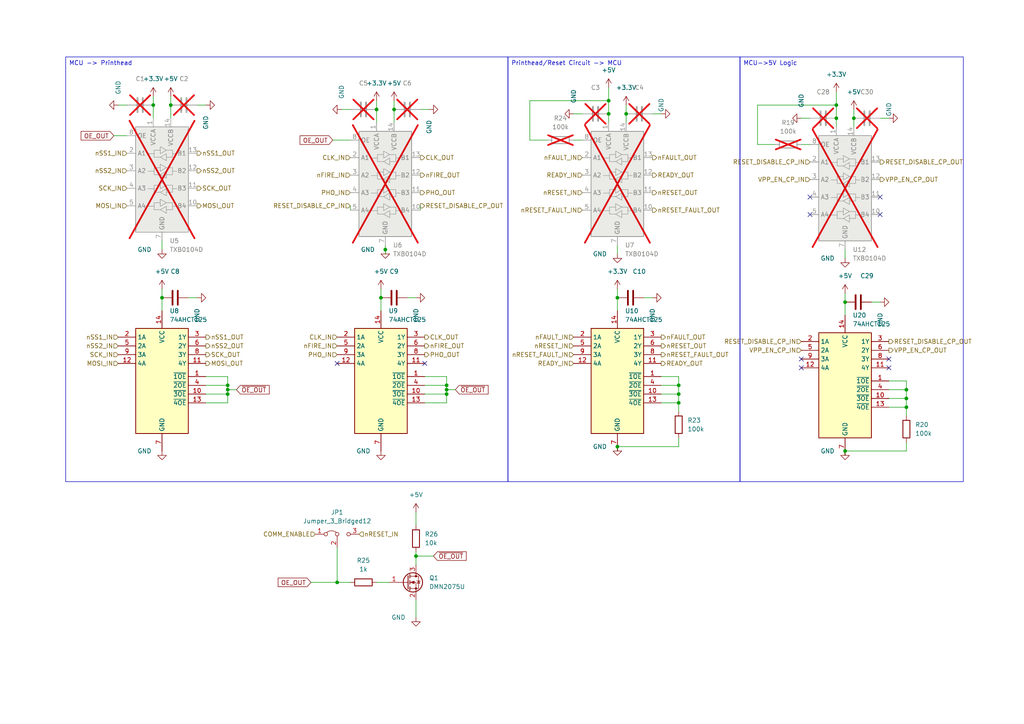
<source format=kicad_sch>
(kicad_sch (version 20230121) (generator eeschema)

  (uuid 10853854-e9c6-44b7-bdf0-23ba1b61c0bb)

  (paper "A4")

  (title_block
    (title "Xaar 128 Driver")
    (date "2023-12-04")
    (rev "1.0.0")
  )

  (lib_symbols
    (symbol "Device:C" (pin_numbers hide) (pin_names (offset 0.254)) (in_bom yes) (on_board yes)
      (property "Reference" "C" (at 0.635 2.54 0)
        (effects (font (size 1.27 1.27)) (justify left))
      )
      (property "Value" "C" (at 0.635 -2.54 0)
        (effects (font (size 1.27 1.27)) (justify left))
      )
      (property "Footprint" "" (at 0.9652 -3.81 0)
        (effects (font (size 1.27 1.27)) hide)
      )
      (property "Datasheet" "~" (at 0 0 0)
        (effects (font (size 1.27 1.27)) hide)
      )
      (property "ki_keywords" "cap capacitor" (at 0 0 0)
        (effects (font (size 1.27 1.27)) hide)
      )
      (property "ki_description" "Unpolarized capacitor" (at 0 0 0)
        (effects (font (size 1.27 1.27)) hide)
      )
      (property "ki_fp_filters" "C_*" (at 0 0 0)
        (effects (font (size 1.27 1.27)) hide)
      )
      (symbol "C_0_1"
        (polyline
          (pts
            (xy -2.032 -0.762)
            (xy 2.032 -0.762)
          )
          (stroke (width 0.508) (type default))
          (fill (type none))
        )
        (polyline
          (pts
            (xy -2.032 0.762)
            (xy 2.032 0.762)
          )
          (stroke (width 0.508) (type default))
          (fill (type none))
        )
      )
      (symbol "C_1_1"
        (pin passive line (at 0 3.81 270) (length 2.794)
          (name "~" (effects (font (size 1.27 1.27))))
          (number "1" (effects (font (size 1.27 1.27))))
        )
        (pin passive line (at 0 -3.81 90) (length 2.794)
          (name "~" (effects (font (size 1.27 1.27))))
          (number "2" (effects (font (size 1.27 1.27))))
        )
      )
    )
    (symbol "Device:R" (pin_numbers hide) (pin_names (offset 0)) (in_bom yes) (on_board yes)
      (property "Reference" "R" (at 2.032 0 90)
        (effects (font (size 1.27 1.27)))
      )
      (property "Value" "R" (at 0 0 90)
        (effects (font (size 1.27 1.27)))
      )
      (property "Footprint" "" (at -1.778 0 90)
        (effects (font (size 1.27 1.27)) hide)
      )
      (property "Datasheet" "~" (at 0 0 0)
        (effects (font (size 1.27 1.27)) hide)
      )
      (property "ki_keywords" "R res resistor" (at 0 0 0)
        (effects (font (size 1.27 1.27)) hide)
      )
      (property "ki_description" "Resistor" (at 0 0 0)
        (effects (font (size 1.27 1.27)) hide)
      )
      (property "ki_fp_filters" "R_*" (at 0 0 0)
        (effects (font (size 1.27 1.27)) hide)
      )
      (symbol "R_0_1"
        (rectangle (start -1.016 -2.54) (end 1.016 2.54)
          (stroke (width 0.254) (type default))
          (fill (type none))
        )
      )
      (symbol "R_1_1"
        (pin passive line (at 0 3.81 270) (length 1.27)
          (name "~" (effects (font (size 1.27 1.27))))
          (number "1" (effects (font (size 1.27 1.27))))
        )
        (pin passive line (at 0 -3.81 90) (length 1.27)
          (name "~" (effects (font (size 1.27 1.27))))
          (number "2" (effects (font (size 1.27 1.27))))
        )
      )
    )
    (symbol "Jumper:Jumper_3_Bridged12" (pin_names (offset 0) hide) (in_bom yes) (on_board yes)
      (property "Reference" "JP" (at -2.54 -2.54 0)
        (effects (font (size 1.27 1.27)))
      )
      (property "Value" "Jumper_3_Bridged12" (at 0 2.794 0)
        (effects (font (size 1.27 1.27)))
      )
      (property "Footprint" "" (at 0 0 0)
        (effects (font (size 1.27 1.27)) hide)
      )
      (property "Datasheet" "~" (at 0 0 0)
        (effects (font (size 1.27 1.27)) hide)
      )
      (property "ki_keywords" "Jumper SPDT" (at 0 0 0)
        (effects (font (size 1.27 1.27)) hide)
      )
      (property "ki_description" "Jumper, 3-pole, pins 1+2 closed/bridged" (at 0 0 0)
        (effects (font (size 1.27 1.27)) hide)
      )
      (property "ki_fp_filters" "Jumper* TestPoint*3Pads* TestPoint*Bridge*" (at 0 0 0)
        (effects (font (size 1.27 1.27)) hide)
      )
      (symbol "Jumper_3_Bridged12_0_0"
        (circle (center -3.302 0) (radius 0.508)
          (stroke (width 0) (type default))
          (fill (type none))
        )
        (circle (center 0 0) (radius 0.508)
          (stroke (width 0) (type default))
          (fill (type none))
        )
        (circle (center 3.302 0) (radius 0.508)
          (stroke (width 0) (type default))
          (fill (type none))
        )
      )
      (symbol "Jumper_3_Bridged12_0_1"
        (arc (start -0.254 0.508) (mid -1.651 0.9912) (end -3.048 0.508)
          (stroke (width 0) (type default))
          (fill (type none))
        )
        (polyline
          (pts
            (xy 0 -1.27)
            (xy 0 -0.508)
          )
          (stroke (width 0) (type default))
          (fill (type none))
        )
      )
      (symbol "Jumper_3_Bridged12_1_1"
        (pin passive line (at -6.35 0 0) (length 2.54)
          (name "A" (effects (font (size 1.27 1.27))))
          (number "1" (effects (font (size 1.27 1.27))))
        )
        (pin passive line (at 0 -3.81 90) (length 2.54)
          (name "C" (effects (font (size 1.27 1.27))))
          (number "2" (effects (font (size 1.27 1.27))))
        )
        (pin passive line (at 6.35 0 180) (length 2.54)
          (name "B" (effects (font (size 1.27 1.27))))
          (number "3" (effects (font (size 1.27 1.27))))
        )
      )
    )
    (symbol "Logic_LevelTranslator:TXB0104D" (in_bom yes) (on_board yes)
      (property "Reference" "U" (at -6.35 16.51 0)
        (effects (font (size 1.27 1.27)))
      )
      (property "Value" "TXB0104D" (at 3.81 16.51 0)
        (effects (font (size 1.27 1.27)) (justify left))
      )
      (property "Footprint" "Package_SO:SOIC-14_3.9x8.7mm_P1.27mm" (at 0 -19.05 0)
        (effects (font (size 1.27 1.27)) hide)
      )
      (property "Datasheet" "http://www.ti.com/lit/ds/symlink/txb0104.pdf" (at 2.794 2.413 0)
        (effects (font (size 1.27 1.27)) hide)
      )
      (property "ki_keywords" "Level-Shifter CMOS-TTL-Translation" (at 0 0 0)
        (effects (font (size 1.27 1.27)) hide)
      )
      (property "ki_description" "4-Bit Bidirectional Voltage-Level Translator, Auto Direction Sensing and ±15-kV ESD Protection, 1.2 - 3.6V APort, 1.65 - 5.5V BPort, SOIC-14" (at 0 0 0)
        (effects (font (size 1.27 1.27)) hide)
      )
      (property "ki_fp_filters" "SOIC*14*7mm*P1.27mm*" (at 0 0 0)
        (effects (font (size 1.27 1.27)) hide)
      )
      (symbol "TXB0104D_0_1"
        (rectangle (start -7.62 -15.24) (end -7.62 -12.7)
          (stroke (width 0.254) (type default))
          (fill (type none))
        )
        (rectangle (start -7.62 15.24) (end 7.62 -15.24)
          (stroke (width 0.254) (type default))
          (fill (type background))
        )
        (polyline
          (pts
            (xy -2.286 -7.747)
            (xy -2.286 -6.731)
            (xy -0.508 -6.731)
          )
          (stroke (width 0) (type default))
          (fill (type none))
        )
        (polyline
          (pts
            (xy -2.286 -2.667)
            (xy -2.286 -1.651)
            (xy -0.508 -1.651)
          )
          (stroke (width 0) (type default))
          (fill (type none))
        )
        (polyline
          (pts
            (xy -2.286 2.413)
            (xy -2.286 3.429)
            (xy -0.508 3.429)
          )
          (stroke (width 0) (type default))
          (fill (type none))
        )
        (polyline
          (pts
            (xy -2.286 7.493)
            (xy -2.286 8.509)
            (xy -0.508 8.509)
          )
          (stroke (width 0) (type default))
          (fill (type none))
        )
        (polyline
          (pts
            (xy 3.048 -7.747)
            (xy 3.048 -8.763)
            (xy 1.27 -8.763)
          )
          (stroke (width 0) (type default))
          (fill (type none))
        )
        (polyline
          (pts
            (xy 3.048 -2.667)
            (xy 3.048 -3.683)
            (xy 1.27 -3.683)
          )
          (stroke (width 0) (type default))
          (fill (type none))
        )
        (polyline
          (pts
            (xy 3.048 2.413)
            (xy 3.048 1.397)
            (xy 1.27 1.397)
          )
          (stroke (width 0) (type default))
          (fill (type none))
        )
        (polyline
          (pts
            (xy 3.048 7.493)
            (xy 3.048 6.477)
            (xy 1.27 6.477)
          )
          (stroke (width 0) (type default))
          (fill (type none))
        )
        (polyline
          (pts
            (xy -0.508 -8.763)
            (xy -2.286 -8.763)
            (xy -2.286 -7.747)
            (xy -4.064 -7.747)
          )
          (stroke (width 0) (type default))
          (fill (type none))
        )
        (polyline
          (pts
            (xy -0.508 -8.763)
            (xy 1.27 -7.747)
            (xy 1.27 -9.779)
            (xy -0.508 -8.763)
          )
          (stroke (width 0) (type default))
          (fill (type none))
        )
        (polyline
          (pts
            (xy -0.508 -3.683)
            (xy -2.286 -3.683)
            (xy -2.286 -2.667)
            (xy -4.064 -2.667)
          )
          (stroke (width 0) (type default))
          (fill (type none))
        )
        (polyline
          (pts
            (xy -0.508 -3.683)
            (xy 1.27 -2.667)
            (xy 1.27 -4.699)
            (xy -0.508 -3.683)
          )
          (stroke (width 0) (type default))
          (fill (type none))
        )
        (polyline
          (pts
            (xy -0.508 1.397)
            (xy -2.286 1.397)
            (xy -2.286 2.413)
            (xy -4.064 2.413)
          )
          (stroke (width 0) (type default))
          (fill (type none))
        )
        (polyline
          (pts
            (xy -0.508 1.397)
            (xy 1.27 2.413)
            (xy 1.27 0.381)
            (xy -0.508 1.397)
          )
          (stroke (width 0) (type default))
          (fill (type none))
        )
        (polyline
          (pts
            (xy -0.508 6.477)
            (xy -2.286 6.477)
            (xy -2.286 7.493)
            (xy -4.318 7.493)
          )
          (stroke (width 0) (type default))
          (fill (type none))
        )
        (polyline
          (pts
            (xy -0.508 6.477)
            (xy 1.27 7.493)
            (xy 1.27 5.461)
            (xy -0.508 6.477)
          )
          (stroke (width 0) (type default))
          (fill (type none))
        )
        (polyline
          (pts
            (xy 1.27 -6.731)
            (xy -0.508 -7.747)
            (xy -0.508 -5.715)
            (xy 1.27 -6.731)
          )
          (stroke (width 0) (type default))
          (fill (type none))
        )
        (polyline
          (pts
            (xy 1.27 -6.731)
            (xy 3.048 -6.731)
            (xy 3.048 -7.747)
            (xy 4.318 -7.747)
          )
          (stroke (width 0) (type default))
          (fill (type none))
        )
        (polyline
          (pts
            (xy 1.27 -1.651)
            (xy -0.508 -2.667)
            (xy -0.508 -0.635)
            (xy 1.27 -1.651)
          )
          (stroke (width 0) (type default))
          (fill (type none))
        )
        (polyline
          (pts
            (xy 1.27 -1.651)
            (xy 3.048 -1.651)
            (xy 3.048 -2.667)
            (xy 4.318 -2.667)
          )
          (stroke (width 0) (type default))
          (fill (type none))
        )
        (polyline
          (pts
            (xy 1.27 3.429)
            (xy -0.508 2.413)
            (xy -0.508 4.445)
            (xy 1.27 3.429)
          )
          (stroke (width 0) (type default))
          (fill (type none))
        )
        (polyline
          (pts
            (xy 1.27 3.429)
            (xy 3.048 3.429)
            (xy 3.048 2.413)
            (xy 4.318 2.413)
          )
          (stroke (width 0) (type default))
          (fill (type none))
        )
        (polyline
          (pts
            (xy 1.27 8.509)
            (xy -0.508 7.493)
            (xy -0.508 9.525)
            (xy 1.27 8.509)
          )
          (stroke (width 0) (type default))
          (fill (type none))
        )
        (polyline
          (pts
            (xy 1.27 8.509)
            (xy 3.048 8.509)
            (xy 3.048 7.493)
            (xy 4.318 7.493)
          )
          (stroke (width 0) (type default))
          (fill (type none))
        )
      )
      (symbol "TXB0104D_1_1"
        (pin power_in line (at -2.54 17.78 270) (length 2.54)
          (name "VCCA" (effects (font (size 1.27 1.27))))
          (number "1" (effects (font (size 1.27 1.27))))
        )
        (pin bidirectional line (at 10.16 -7.62 180) (length 2.54)
          (name "B4" (effects (font (size 1.27 1.27))))
          (number "10" (effects (font (size 1.27 1.27))))
        )
        (pin bidirectional line (at 10.16 -2.54 180) (length 2.54)
          (name "B3" (effects (font (size 1.27 1.27))))
          (number "11" (effects (font (size 1.27 1.27))))
        )
        (pin bidirectional line (at 10.16 2.54 180) (length 2.54)
          (name "B2" (effects (font (size 1.27 1.27))))
          (number "12" (effects (font (size 1.27 1.27))))
        )
        (pin bidirectional line (at 10.16 7.62 180) (length 2.54)
          (name "B1" (effects (font (size 1.27 1.27))))
          (number "13" (effects (font (size 1.27 1.27))))
        )
        (pin power_in line (at 2.54 17.78 270) (length 2.54)
          (name "VCCB" (effects (font (size 1.27 1.27))))
          (number "14" (effects (font (size 1.27 1.27))))
        )
        (pin bidirectional line (at -10.16 7.62 0) (length 2.54)
          (name "A1" (effects (font (size 1.27 1.27))))
          (number "2" (effects (font (size 1.27 1.27))))
        )
        (pin bidirectional line (at -10.16 2.54 0) (length 2.54)
          (name "A2" (effects (font (size 1.27 1.27))))
          (number "3" (effects (font (size 1.27 1.27))))
        )
        (pin bidirectional line (at -10.16 -2.54 0) (length 2.54)
          (name "A3" (effects (font (size 1.27 1.27))))
          (number "4" (effects (font (size 1.27 1.27))))
        )
        (pin bidirectional line (at -10.16 -7.62 0) (length 2.54)
          (name "A4" (effects (font (size 1.27 1.27))))
          (number "5" (effects (font (size 1.27 1.27))))
        )
        (pin no_connect line (at -7.62 -12.7 0) (length 2.54) hide
          (name "NC" (effects (font (size 1.27 1.27))))
          (number "6" (effects (font (size 1.27 1.27))))
        )
        (pin power_in line (at 0 -17.78 90) (length 2.54)
          (name "GND" (effects (font (size 1.27 1.27))))
          (number "7" (effects (font (size 1.27 1.27))))
        )
        (pin input line (at -10.16 12.7 0) (length 2.54)
          (name "OE" (effects (font (size 1.27 1.27))))
          (number "8" (effects (font (size 1.27 1.27))))
        )
        (pin no_connect line (at 7.62 -12.7 180) (length 2.54) hide
          (name "NC" (effects (font (size 1.27 1.27))))
          (number "9" (effects (font (size 1.27 1.27))))
        )
      )
    )
    (symbol "Transistor_FET:DMN2075U" (pin_names hide) (in_bom yes) (on_board yes)
      (property "Reference" "Q" (at 5.08 1.905 0)
        (effects (font (size 1.27 1.27)) (justify left))
      )
      (property "Value" "DMN2075U" (at 5.08 0 0)
        (effects (font (size 1.27 1.27)) (justify left))
      )
      (property "Footprint" "Package_TO_SOT_SMD:SOT-23" (at 5.08 -1.905 0)
        (effects (font (size 1.27 1.27) italic) (justify left) hide)
      )
      (property "Datasheet" "http://www.diodes.com/assets/Datasheets/DMN2075U.pdf" (at 0 0 0)
        (effects (font (size 1.27 1.27)) (justify left) hide)
      )
      (property "ki_keywords" "N-Channel MOSFET" (at 0 0 0)
        (effects (font (size 1.27 1.27)) hide)
      )
      (property "ki_description" "4.2A Id, 20V Vds, N-Channel MOSFET, SOT-23" (at 0 0 0)
        (effects (font (size 1.27 1.27)) hide)
      )
      (property "ki_fp_filters" "SOT?23*" (at 0 0 0)
        (effects (font (size 1.27 1.27)) hide)
      )
      (symbol "DMN2075U_0_1"
        (polyline
          (pts
            (xy 0.254 0)
            (xy -2.54 0)
          )
          (stroke (width 0) (type default))
          (fill (type none))
        )
        (polyline
          (pts
            (xy 0.254 1.905)
            (xy 0.254 -1.905)
          )
          (stroke (width 0.254) (type default))
          (fill (type none))
        )
        (polyline
          (pts
            (xy 0.762 -1.27)
            (xy 0.762 -2.286)
          )
          (stroke (width 0.254) (type default))
          (fill (type none))
        )
        (polyline
          (pts
            (xy 0.762 0.508)
            (xy 0.762 -0.508)
          )
          (stroke (width 0.254) (type default))
          (fill (type none))
        )
        (polyline
          (pts
            (xy 0.762 2.286)
            (xy 0.762 1.27)
          )
          (stroke (width 0.254) (type default))
          (fill (type none))
        )
        (polyline
          (pts
            (xy 2.54 2.54)
            (xy 2.54 1.778)
          )
          (stroke (width 0) (type default))
          (fill (type none))
        )
        (polyline
          (pts
            (xy 2.54 -2.54)
            (xy 2.54 0)
            (xy 0.762 0)
          )
          (stroke (width 0) (type default))
          (fill (type none))
        )
        (polyline
          (pts
            (xy 0.762 -1.778)
            (xy 3.302 -1.778)
            (xy 3.302 1.778)
            (xy 0.762 1.778)
          )
          (stroke (width 0) (type default))
          (fill (type none))
        )
        (polyline
          (pts
            (xy 1.016 0)
            (xy 2.032 0.381)
            (xy 2.032 -0.381)
            (xy 1.016 0)
          )
          (stroke (width 0) (type default))
          (fill (type outline))
        )
        (polyline
          (pts
            (xy 2.794 0.508)
            (xy 2.921 0.381)
            (xy 3.683 0.381)
            (xy 3.81 0.254)
          )
          (stroke (width 0) (type default))
          (fill (type none))
        )
        (polyline
          (pts
            (xy 3.302 0.381)
            (xy 2.921 -0.254)
            (xy 3.683 -0.254)
            (xy 3.302 0.381)
          )
          (stroke (width 0) (type default))
          (fill (type none))
        )
        (circle (center 1.651 0) (radius 2.794)
          (stroke (width 0.254) (type default))
          (fill (type none))
        )
        (circle (center 2.54 -1.778) (radius 0.254)
          (stroke (width 0) (type default))
          (fill (type outline))
        )
        (circle (center 2.54 1.778) (radius 0.254)
          (stroke (width 0) (type default))
          (fill (type outline))
        )
      )
      (symbol "DMN2075U_1_1"
        (pin input line (at -5.08 0 0) (length 2.54)
          (name "G" (effects (font (size 1.27 1.27))))
          (number "1" (effects (font (size 1.27 1.27))))
        )
        (pin passive line (at 2.54 -5.08 90) (length 2.54)
          (name "S" (effects (font (size 1.27 1.27))))
          (number "2" (effects (font (size 1.27 1.27))))
        )
        (pin passive line (at 2.54 5.08 270) (length 2.54)
          (name "D" (effects (font (size 1.27 1.27))))
          (number "3" (effects (font (size 1.27 1.27))))
        )
      )
    )
    (symbol "Xaar_Driver:74AHCT125" (in_bom yes) (on_board yes)
      (property "Reference" "U" (at -7.62 16.51 0)
        (effects (font (size 1.27 1.27)))
      )
      (property "Value" "74AHCT125" (at -7.62 -16.51 0)
        (effects (font (size 1.27 1.27)))
      )
      (property "Footprint" "" (at 0 0 0)
        (effects (font (size 1.27 1.27)) hide)
      )
      (property "Datasheet" "https://www.diodes.com/assets/Datasheets/74AHCT125.pdf" (at 0 0 0)
        (effects (font (size 1.27 1.27)) hide)
      )
      (property "ki_description" "QUADRUPLE 3-STATE BUFFERS OE LOW" (at 0 0 0)
        (effects (font (size 1.27 1.27)) hide)
      )
      (property "ki_fp_filters" "DIP?20* SO?20* SOIC?20*" (at 0 0 0)
        (effects (font (size 1.27 1.27)) hide)
      )
      (symbol "74AHCT125_1_0"
        (pin input line (at 12.7 1.27 180) (length 5.08)
          (name "~{1OE}" (effects (font (size 1.27 1.27))))
          (number "1" (effects (font (size 1.27 1.27))))
        )
        (pin input line (at 12.7 -3.81 180) (length 5.08)
          (name "~{3OE}" (effects (font (size 1.27 1.27))))
          (number "10" (effects (font (size 1.27 1.27))))
        )
        (pin output line (at 12.7 5.08 180) (length 5.08)
          (name "4Y" (effects (font (size 1.27 1.27))))
          (number "11" (effects (font (size 1.27 1.27))))
        )
        (pin input line (at -12.7 5.08 0) (length 5.08)
          (name "4A" (effects (font (size 1.27 1.27))))
          (number "12" (effects (font (size 1.27 1.27))))
        )
        (pin input line (at 12.7 -6.35 180) (length 5.08)
          (name "~{4OE}" (effects (font (size 1.27 1.27))))
          (number "13" (effects (font (size 1.27 1.27))))
        )
        (pin power_in line (at 0 20.32 270) (length 5.08)
          (name "VCC" (effects (font (size 1.27 1.27))))
          (number "14" (effects (font (size 1.27 1.27))))
        )
        (pin input line (at -12.7 12.7 0) (length 5.08)
          (name "1A" (effects (font (size 1.27 1.27))))
          (number "2" (effects (font (size 1.27 1.27))))
        )
        (pin output line (at 12.7 12.7 180) (length 5.08)
          (name "1Y" (effects (font (size 1.27 1.27))))
          (number "3" (effects (font (size 1.27 1.27))))
        )
        (pin input line (at 12.7 -1.27 180) (length 5.08)
          (name "~{2OE}" (effects (font (size 1.27 1.27))))
          (number "4" (effects (font (size 1.27 1.27))))
        )
        (pin input line (at -12.7 10.16 0) (length 5.08)
          (name "2A" (effects (font (size 1.27 1.27))))
          (number "5" (effects (font (size 1.27 1.27))))
        )
        (pin output line (at 12.7 10.16 180) (length 5.08)
          (name "2Y" (effects (font (size 1.27 1.27))))
          (number "6" (effects (font (size 1.27 1.27))))
        )
        (pin power_in line (at 0 -20.32 90) (length 5.08)
          (name "GND" (effects (font (size 1.27 1.27))))
          (number "7" (effects (font (size 1.27 1.27))))
        )
        (pin output line (at 12.7 7.62 180) (length 5.08)
          (name "3Y" (effects (font (size 1.27 1.27))))
          (number "8" (effects (font (size 1.27 1.27))))
        )
        (pin input line (at -12.7 7.62 0) (length 5.08)
          (name "3A" (effects (font (size 1.27 1.27))))
          (number "9" (effects (font (size 1.27 1.27))))
        )
      )
      (symbol "74AHCT125_1_1"
        (rectangle (start -7.62 15.24) (end 7.62 -15.24)
          (stroke (width 0.254) (type default))
          (fill (type background))
        )
      )
    )
    (symbol "power:+3.3V" (power) (pin_names (offset 0)) (in_bom yes) (on_board yes)
      (property "Reference" "#PWR" (at 0 -3.81 0)
        (effects (font (size 1.27 1.27)) hide)
      )
      (property "Value" "+3.3V" (at 0 3.556 0)
        (effects (font (size 1.27 1.27)))
      )
      (property "Footprint" "" (at 0 0 0)
        (effects (font (size 1.27 1.27)) hide)
      )
      (property "Datasheet" "" (at 0 0 0)
        (effects (font (size 1.27 1.27)) hide)
      )
      (property "ki_keywords" "global power" (at 0 0 0)
        (effects (font (size 1.27 1.27)) hide)
      )
      (property "ki_description" "Power symbol creates a global label with name \"+3.3V\"" (at 0 0 0)
        (effects (font (size 1.27 1.27)) hide)
      )
      (symbol "+3.3V_0_1"
        (polyline
          (pts
            (xy -0.762 1.27)
            (xy 0 2.54)
          )
          (stroke (width 0) (type default))
          (fill (type none))
        )
        (polyline
          (pts
            (xy 0 0)
            (xy 0 2.54)
          )
          (stroke (width 0) (type default))
          (fill (type none))
        )
        (polyline
          (pts
            (xy 0 2.54)
            (xy 0.762 1.27)
          )
          (stroke (width 0) (type default))
          (fill (type none))
        )
      )
      (symbol "+3.3V_1_1"
        (pin power_in line (at 0 0 90) (length 0) hide
          (name "+3.3V" (effects (font (size 1.27 1.27))))
          (number "1" (effects (font (size 1.27 1.27))))
        )
      )
    )
    (symbol "power:+5V" (power) (pin_names (offset 0)) (in_bom yes) (on_board yes)
      (property "Reference" "#PWR" (at 0 -3.81 0)
        (effects (font (size 1.27 1.27)) hide)
      )
      (property "Value" "+5V" (at 0 3.556 0)
        (effects (font (size 1.27 1.27)))
      )
      (property "Footprint" "" (at 0 0 0)
        (effects (font (size 1.27 1.27)) hide)
      )
      (property "Datasheet" "" (at 0 0 0)
        (effects (font (size 1.27 1.27)) hide)
      )
      (property "ki_keywords" "global power" (at 0 0 0)
        (effects (font (size 1.27 1.27)) hide)
      )
      (property "ki_description" "Power symbol creates a global label with name \"+5V\"" (at 0 0 0)
        (effects (font (size 1.27 1.27)) hide)
      )
      (symbol "+5V_0_1"
        (polyline
          (pts
            (xy -0.762 1.27)
            (xy 0 2.54)
          )
          (stroke (width 0) (type default))
          (fill (type none))
        )
        (polyline
          (pts
            (xy 0 0)
            (xy 0 2.54)
          )
          (stroke (width 0) (type default))
          (fill (type none))
        )
        (polyline
          (pts
            (xy 0 2.54)
            (xy 0.762 1.27)
          )
          (stroke (width 0) (type default))
          (fill (type none))
        )
      )
      (symbol "+5V_1_1"
        (pin power_in line (at 0 0 90) (length 0) hide
          (name "+5V" (effects (font (size 1.27 1.27))))
          (number "1" (effects (font (size 1.27 1.27))))
        )
      )
    )
    (symbol "power:GND" (power) (pin_names (offset 0)) (in_bom yes) (on_board yes)
      (property "Reference" "#PWR" (at 0 -6.35 0)
        (effects (font (size 1.27 1.27)) hide)
      )
      (property "Value" "GND" (at 0 -3.81 0)
        (effects (font (size 1.27 1.27)))
      )
      (property "Footprint" "" (at 0 0 0)
        (effects (font (size 1.27 1.27)) hide)
      )
      (property "Datasheet" "" (at 0 0 0)
        (effects (font (size 1.27 1.27)) hide)
      )
      (property "ki_keywords" "global power" (at 0 0 0)
        (effects (font (size 1.27 1.27)) hide)
      )
      (property "ki_description" "Power symbol creates a global label with name \"GND\" , ground" (at 0 0 0)
        (effects (font (size 1.27 1.27)) hide)
      )
      (symbol "GND_0_1"
        (polyline
          (pts
            (xy 0 0)
            (xy 0 -1.27)
            (xy 1.27 -1.27)
            (xy 0 -2.54)
            (xy -1.27 -1.27)
            (xy 0 -1.27)
          )
          (stroke (width 0) (type default))
          (fill (type none))
        )
      )
      (symbol "GND_1_1"
        (pin power_in line (at 0 0 270) (length 0) hide
          (name "GND" (effects (font (size 1.27 1.27))))
          (number "1" (effects (font (size 1.27 1.27))))
        )
      )
    )
  )

  (junction (at 66.04 113.03) (diameter 0) (color 0 0 0 0)
    (uuid 022167b3-d2b8-4ec2-b82a-0113393491e1)
  )
  (junction (at 66.04 114.3) (diameter 0) (color 0 0 0 0)
    (uuid 1533430b-3443-431e-acca-6ec333f7ec4a)
  )
  (junction (at 49.53 30.48) (diameter 0) (color 0 0 0 0)
    (uuid 19deb38c-9cb0-4e5a-b9fb-d52520335786)
  )
  (junction (at 262.89 118.11) (diameter 0) (color 0 0 0 0)
    (uuid 1a920db5-6225-43f7-aa26-84abebf9cffb)
  )
  (junction (at 44.45 30.48) (diameter 0) (color 0 0 0 0)
    (uuid 1ab1732d-c30f-4c45-bdd6-739bb0c94d9a)
  )
  (junction (at 247.65 34.29) (diameter 0) (color 0 0 0 0)
    (uuid 203d3345-a312-4a2a-9bd5-2beebdecc46d)
  )
  (junction (at 179.07 86.36) (diameter 0) (color 0 0 0 0)
    (uuid 20a87d07-a7ef-4283-a58d-92a78df812cd)
  )
  (junction (at 262.89 115.57) (diameter 0) (color 0 0 0 0)
    (uuid 2b795e4d-9b36-458f-8757-db29aa609932)
  )
  (junction (at 245.11 130.81) (diameter 0) (color 0 0 0 0)
    (uuid 30d0dedf-1cb4-472c-ab15-5304fdcb276b)
  )
  (junction (at 196.85 114.3) (diameter 0) (color 0 0 0 0)
    (uuid 34c67225-fbe8-4168-9799-4b041d1b0a18)
  )
  (junction (at 114.3 31.75) (diameter 0) (color 0 0 0 0)
    (uuid 4390954f-2e92-4ccf-8077-971bda990e53)
  )
  (junction (at 46.99 86.36) (diameter 0) (color 0 0 0 0)
    (uuid 57f34a20-92ef-428d-91d0-5409fe8de529)
  )
  (junction (at 245.11 87.63) (diameter 0) (color 0 0 0 0)
    (uuid 5ed46d19-173e-47aa-9ee7-6e0985ffcad3)
  )
  (junction (at 176.53 33.02) (diameter 0) (color 0 0 0 0)
    (uuid 649a96e3-0b02-44d1-9594-4d18839c4d93)
  )
  (junction (at 242.57 34.29) (diameter 0) (color 0 0 0 0)
    (uuid 65891cad-5314-48da-94b9-8d012488b994)
  )
  (junction (at 111.76 72.39) (diameter 0) (color 0 0 0 0)
    (uuid 6da493f7-2114-46f6-ab27-6574a8fc9377)
  )
  (junction (at 196.85 111.76) (diameter 0) (color 0 0 0 0)
    (uuid 7995b576-2491-40ea-87d8-39d111fe5989)
  )
  (junction (at 176.53 29.21) (diameter 0) (color 0 0 0 0)
    (uuid 7aa98fdd-d640-432e-a94a-1adb04c5321b)
  )
  (junction (at 242.57 30.48) (diameter 0) (color 0 0 0 0)
    (uuid 8141b410-5bfe-4259-9dcd-89fd4c665f5b)
  )
  (junction (at 179.07 129.54) (diameter 0) (color 0 0 0 0)
    (uuid 84519cd1-98b8-4e74-a544-472e7911e7a4)
  )
  (junction (at 97.79 168.91) (diameter 0) (color 0 0 0 0)
    (uuid 8a484e23-a90d-4325-ac1e-a8ccbc151ab4)
  )
  (junction (at 120.65 161.29) (diameter 0) (color 0 0 0 0)
    (uuid 976e6b8d-bf0e-4805-8e48-ac32ce3646ad)
  )
  (junction (at 129.54 111.76) (diameter 0) (color 0 0 0 0)
    (uuid 9b29c6dc-5170-4dce-a51f-636ff8109b51)
  )
  (junction (at 129.54 114.3) (diameter 0) (color 0 0 0 0)
    (uuid 9bfd5f1f-a6f0-4c8c-9869-bb41463807ce)
  )
  (junction (at 129.54 113.03) (diameter 0) (color 0 0 0 0)
    (uuid a199fb7e-b435-44f0-a8d2-05741ee08670)
  )
  (junction (at 66.04 111.76) (diameter 0) (color 0 0 0 0)
    (uuid a2843be6-4995-4151-988a-66d91930d4e1)
  )
  (junction (at 110.49 86.36) (diameter 0) (color 0 0 0 0)
    (uuid a630ae9b-fa9e-4a0b-8298-cd1ac1e28d3d)
  )
  (junction (at 262.89 113.03) (diameter 0) (color 0 0 0 0)
    (uuid c8658445-977c-4b06-9449-f8be7918c2e9)
  )
  (junction (at 181.61 33.02) (diameter 0) (color 0 0 0 0)
    (uuid cfaf2b77-36ef-4aa3-bf98-799e94d2729f)
  )
  (junction (at 196.85 116.84) (diameter 0) (color 0 0 0 0)
    (uuid d71ca3f1-8e61-4483-a452-628669ddf2c4)
  )
  (junction (at 109.22 31.75) (diameter 0) (color 0 0 0 0)
    (uuid e5d7265a-d8a4-456e-9bb5-cff1137ebe63)
  )

  (no_connect (at 257.81 104.14) (uuid 4e91ed14-7939-49b5-847d-2e7ed3eee151))
  (no_connect (at 234.95 57.15) (uuid 518f0b4a-98be-44b7-8972-e116ab599ac2))
  (no_connect (at 97.79 105.41) (uuid 63c9235a-e692-4a2a-be8d-0c0461b37b7f))
  (no_connect (at 234.95 62.23) (uuid 923acea6-9372-4cec-a819-4569cb8310c3))
  (no_connect (at 232.41 104.14) (uuid a1507eb6-a4dd-4463-afbf-c4833e8e2d73))
  (no_connect (at 255.27 57.15) (uuid aa116f48-e4d6-43c8-8859-b9d510ba706e))
  (no_connect (at 232.41 106.68) (uuid ab7267f7-7e14-4869-ad81-403e4ba89c90))
  (no_connect (at 257.81 106.68) (uuid bfc4ee1b-f74a-427f-80f7-9fcef8240d08))
  (no_connect (at 123.19 105.41) (uuid c39a1d08-0f2c-498c-85a2-739136299fd8))
  (no_connect (at 255.27 62.23) (uuid d71ef409-bf1b-46ca-905b-87d830699326))

  (wire (pts (xy 44.45 27.94) (xy 44.45 30.48))
    (stroke (width 0) (type default))
    (uuid 0144d497-cc18-4a40-93a7-ab3f9fd8ce9e)
  )
  (wire (pts (xy 196.85 109.22) (xy 196.85 111.76))
    (stroke (width 0) (type default))
    (uuid 05d63440-3d05-489a-a6eb-c667511f9eea)
  )
  (wire (pts (xy 245.11 72.39) (xy 245.11 74.93))
    (stroke (width 0) (type default))
    (uuid 09708d24-5c24-4edb-aa49-e5b3379e66fd)
  )
  (wire (pts (xy 189.23 86.36) (xy 186.69 86.36))
    (stroke (width 0) (type default))
    (uuid 0bbe3fcf-45cb-4d2e-a901-a8d40cf736cd)
  )
  (wire (pts (xy 179.07 83.82) (xy 179.07 86.36))
    (stroke (width 0) (type default))
    (uuid 118aa559-f3d6-42f0-8f2c-976ee5b416dc)
  )
  (wire (pts (xy 129.54 111.76) (xy 129.54 113.03))
    (stroke (width 0) (type default))
    (uuid 15cf4b85-957f-4133-b411-3f6f7e1d1dd6)
  )
  (wire (pts (xy 97.79 168.91) (xy 101.6 168.91))
    (stroke (width 0) (type default))
    (uuid 15e88938-f2ba-4961-9aca-3c98db17df8c)
  )
  (wire (pts (xy 66.04 111.76) (xy 66.04 113.03))
    (stroke (width 0) (type default))
    (uuid 17feee15-f129-47f2-a196-63d501ba3106)
  )
  (wire (pts (xy 33.02 39.37) (xy 36.83 39.37))
    (stroke (width 0) (type default))
    (uuid 1edba0d5-e3af-4d87-b610-1d28cef02074)
  )
  (wire (pts (xy 34.29 30.48) (xy 36.83 30.48))
    (stroke (width 0) (type default))
    (uuid 20453c66-4c37-4c06-9a3b-caac11dec93b)
  )
  (wire (pts (xy 158.75 40.64) (xy 153.67 40.64))
    (stroke (width 0) (type default))
    (uuid 20f80e6c-3ebb-4ed5-8612-14ee86f757fa)
  )
  (wire (pts (xy 120.65 161.29) (xy 120.65 163.83))
    (stroke (width 0) (type default))
    (uuid 276ecd70-e9ee-4717-994f-a60840086b42)
  )
  (wire (pts (xy 120.65 86.36) (xy 118.11 86.36))
    (stroke (width 0) (type default))
    (uuid 303fceb9-c8ef-4662-985c-7051deceaf29)
  )
  (wire (pts (xy 132.08 113.03) (xy 129.54 113.03))
    (stroke (width 0) (type default))
    (uuid 33062886-4035-4307-9010-b45a2b16e8d5)
  )
  (wire (pts (xy 109.22 29.21) (xy 109.22 31.75))
    (stroke (width 0) (type default))
    (uuid 3881557a-7694-4cf5-b935-e6b1c4ff5b64)
  )
  (wire (pts (xy 191.77 109.22) (xy 196.85 109.22))
    (stroke (width 0) (type default))
    (uuid 39005654-9d89-4f96-82fa-9ae412644cd8)
  )
  (wire (pts (xy 245.11 132.08) (xy 245.11 130.81))
    (stroke (width 0) (type default))
    (uuid 39115e55-dead-440c-91b8-2d6e7f1e3ad9)
  )
  (wire (pts (xy 242.57 34.29) (xy 242.57 36.83))
    (stroke (width 0) (type default))
    (uuid 396a9a53-ef8d-4b50-9d89-33e612ceb0c4)
  )
  (wire (pts (xy 262.89 110.49) (xy 262.89 113.03))
    (stroke (width 0) (type default))
    (uuid 396ce232-0098-4334-9f80-3d30d082c280)
  )
  (wire (pts (xy 196.85 114.3) (xy 196.85 116.84))
    (stroke (width 0) (type default))
    (uuid 3ccdd558-538e-4853-92a4-94962cf7fdc3)
  )
  (wire (pts (xy 242.57 30.48) (xy 242.57 34.29))
    (stroke (width 0) (type default))
    (uuid 3e2fbfab-a0e2-4cd0-ab39-e2e0f3959c87)
  )
  (wire (pts (xy 232.41 41.91) (xy 234.95 41.91))
    (stroke (width 0) (type default))
    (uuid 3e6804dc-a4f4-47b9-b254-d8619ae69ead)
  )
  (wire (pts (xy 196.85 129.54) (xy 179.07 129.54))
    (stroke (width 0) (type default))
    (uuid 4742a851-ddb3-4072-bfbb-361318b66ee4)
  )
  (wire (pts (xy 179.07 130.81) (xy 179.07 129.54))
    (stroke (width 0) (type default))
    (uuid 492170d8-017e-4e3e-a79a-f063ad9d0dab)
  )
  (wire (pts (xy 120.65 173.99) (xy 120.65 179.07))
    (stroke (width 0) (type default))
    (uuid 49d9d21c-f925-4725-a3d0-43f1f2ec6940)
  )
  (wire (pts (xy 176.53 29.21) (xy 176.53 33.02))
    (stroke (width 0) (type default))
    (uuid 4b320da1-bf39-4167-b9f7-c211d97cdccd)
  )
  (wire (pts (xy 232.41 34.29) (xy 234.95 34.29))
    (stroke (width 0) (type default))
    (uuid 4ba6eda9-1655-4186-94e5-80d48944e1f8)
  )
  (wire (pts (xy 120.65 148.59) (xy 120.65 152.4))
    (stroke (width 0) (type default))
    (uuid 4c7178d9-cde9-40e6-982b-d70e24364ec2)
  )
  (wire (pts (xy 129.54 114.3) (xy 129.54 116.84))
    (stroke (width 0) (type default))
    (uuid 4eaa905c-c0d0-467b-ad23-842229d08cba)
  )
  (wire (pts (xy 46.99 69.85) (xy 46.99 72.39))
    (stroke (width 0) (type default))
    (uuid 4ee8a61d-b438-4a0a-a519-e556c1d193f1)
  )
  (wire (pts (xy 44.45 30.48) (xy 44.45 34.29))
    (stroke (width 0) (type default))
    (uuid 4f1b270d-446e-491b-a3a5-12df37a12132)
  )
  (wire (pts (xy 129.54 109.22) (xy 129.54 111.76))
    (stroke (width 0) (type default))
    (uuid 4f2841f1-f7b8-4eb1-aeba-515ad785567d)
  )
  (wire (pts (xy 219.71 30.48) (xy 242.57 30.48))
    (stroke (width 0) (type default))
    (uuid 4f341257-0d6d-4aa6-822e-1872f843cd72)
  )
  (wire (pts (xy 191.77 33.02) (xy 189.23 33.02))
    (stroke (width 0) (type default))
    (uuid 5255eb6d-eebd-4403-abd2-07ca4f45a2b4)
  )
  (wire (pts (xy 196.85 116.84) (xy 191.77 116.84))
    (stroke (width 0) (type default))
    (uuid 53348c35-b764-4184-a1df-d8fc072a5c6d)
  )
  (wire (pts (xy 129.54 113.03) (xy 129.54 114.3))
    (stroke (width 0) (type default))
    (uuid 53677867-870c-4f44-94d5-0b22ba88de9a)
  )
  (wire (pts (xy 262.89 113.03) (xy 262.89 115.57))
    (stroke (width 0) (type default))
    (uuid 57ae6b3a-60a9-4557-aba6-250e93c7a6fa)
  )
  (wire (pts (xy 99.06 31.75) (xy 101.6 31.75))
    (stroke (width 0) (type default))
    (uuid 57b21ed9-866b-4308-a714-42e30ad12f02)
  )
  (wire (pts (xy 46.99 86.36) (xy 46.99 90.17))
    (stroke (width 0) (type default))
    (uuid 59b6006c-f2d1-4d8d-87ba-29e6e7624af7)
  )
  (wire (pts (xy 255.27 87.63) (xy 252.73 87.63))
    (stroke (width 0) (type default))
    (uuid 5cba7f68-ae50-4d1c-b689-b992d2eb0d8f)
  )
  (wire (pts (xy 114.3 29.21) (xy 114.3 31.75))
    (stroke (width 0) (type default))
    (uuid 608e858a-1006-473f-b16c-a26d16173ef1)
  )
  (wire (pts (xy 262.89 130.81) (xy 245.11 130.81))
    (stroke (width 0) (type default))
    (uuid 638a6690-0bd7-441f-934d-f3941eedfe53)
  )
  (wire (pts (xy 245.11 87.63) (xy 245.11 91.44))
    (stroke (width 0) (type default))
    (uuid 6b2192c5-4f61-444a-a631-dc57dcde461c)
  )
  (wire (pts (xy 257.81 113.03) (xy 262.89 113.03))
    (stroke (width 0) (type default))
    (uuid 71f48ea0-2449-42c1-9599-42c280cee84c)
  )
  (wire (pts (xy 247.65 31.75) (xy 247.65 34.29))
    (stroke (width 0) (type default))
    (uuid 72015700-11bc-4360-aa19-38e52af30324)
  )
  (wire (pts (xy 262.89 128.27) (xy 262.89 130.81))
    (stroke (width 0) (type default))
    (uuid 76049974-9e47-4eb5-b389-6a426e4bedd9)
  )
  (wire (pts (xy 123.19 116.84) (xy 129.54 116.84))
    (stroke (width 0) (type default))
    (uuid 797b5642-1afb-4308-8812-3e5f4c9f203e)
  )
  (wire (pts (xy 262.89 118.11) (xy 257.81 118.11))
    (stroke (width 0) (type default))
    (uuid 804dae6b-d453-4659-b5dc-e4aaf0599b9a)
  )
  (wire (pts (xy 191.77 111.76) (xy 196.85 111.76))
    (stroke (width 0) (type default))
    (uuid 8456ed3d-7ba9-41f0-a094-59e3ecf4274f)
  )
  (wire (pts (xy 257.81 115.57) (xy 262.89 115.57))
    (stroke (width 0) (type default))
    (uuid 860213d7-b73c-4b7d-8458-9c9a0bd5656e)
  )
  (wire (pts (xy 66.04 109.22) (xy 66.04 111.76))
    (stroke (width 0) (type default))
    (uuid 868c0c94-ac94-4852-870e-fc057638a150)
  )
  (wire (pts (xy 153.67 40.64) (xy 153.67 29.21))
    (stroke (width 0) (type default))
    (uuid 8775e357-c5e2-4a97-9f5a-0e5b331f2b70)
  )
  (wire (pts (xy 196.85 116.84) (xy 196.85 119.38))
    (stroke (width 0) (type default))
    (uuid 88661462-2008-40e2-82d1-4c7cdfcd0e79)
  )
  (wire (pts (xy 166.37 40.64) (xy 168.91 40.64))
    (stroke (width 0) (type default))
    (uuid 8a345a6b-9661-4b8d-a32f-165bdee6e4c8)
  )
  (wire (pts (xy 219.71 41.91) (xy 219.71 30.48))
    (stroke (width 0) (type default))
    (uuid 8ac5f39c-9a51-41d2-bc1e-a0fcb2976177)
  )
  (wire (pts (xy 176.53 25.4) (xy 176.53 29.21))
    (stroke (width 0) (type default))
    (uuid 8be64160-bf01-44ad-8a68-84c577840033)
  )
  (wire (pts (xy 123.19 109.22) (xy 129.54 109.22))
    (stroke (width 0) (type default))
    (uuid 8dd7a711-4f9e-4043-a9ce-a30c1c0c3aba)
  )
  (wire (pts (xy 59.69 109.22) (xy 66.04 109.22))
    (stroke (width 0) (type default))
    (uuid 8e0e7289-2e88-4011-abf5-f33981db6712)
  )
  (wire (pts (xy 153.67 29.21) (xy 176.53 29.21))
    (stroke (width 0) (type default))
    (uuid 92b2ddf6-80bc-427a-8046-9bb7ad5cb17c)
  )
  (wire (pts (xy 166.37 33.02) (xy 168.91 33.02))
    (stroke (width 0) (type default))
    (uuid 96a1d97f-e051-479d-b459-dd89910d4839)
  )
  (wire (pts (xy 262.89 118.11) (xy 262.89 120.65))
    (stroke (width 0) (type default))
    (uuid 9934ba2c-7110-455b-9c64-f68704e5fa92)
  )
  (wire (pts (xy 114.3 31.75) (xy 114.3 35.56))
    (stroke (width 0) (type default))
    (uuid a995a1ef-952d-43db-9d8e-c4833f06bd93)
  )
  (wire (pts (xy 111.76 71.12) (xy 111.76 72.39))
    (stroke (width 0) (type default))
    (uuid aa7a4839-8e42-467e-a686-f61439b7af10)
  )
  (wire (pts (xy 96.52 40.64) (xy 101.6 40.64))
    (stroke (width 0) (type default))
    (uuid af5b25e0-617a-4eaf-b2b3-fc5484ff3978)
  )
  (wire (pts (xy 109.22 168.91) (xy 113.03 168.91))
    (stroke (width 0) (type default))
    (uuid b035983b-d6ba-4722-857d-ffe7a60ff566)
  )
  (wire (pts (xy 111.76 73.66) (xy 111.76 72.39))
    (stroke (width 0) (type default))
    (uuid b15b1fd8-bafa-46bb-ba1c-ec43f5164616)
  )
  (wire (pts (xy 257.81 34.29) (xy 255.27 34.29))
    (stroke (width 0) (type default))
    (uuid b28d2499-b514-48a4-ab38-f76524271db5)
  )
  (wire (pts (xy 110.49 86.36) (xy 110.49 90.17))
    (stroke (width 0) (type default))
    (uuid b6111b98-de47-402a-b85f-218cdcc26e2c)
  )
  (wire (pts (xy 97.79 158.75) (xy 97.79 168.91))
    (stroke (width 0) (type default))
    (uuid b9c7d7d5-d372-4511-95ab-4b35626296c0)
  )
  (wire (pts (xy 179.07 86.36) (xy 179.07 90.17))
    (stroke (width 0) (type default))
    (uuid be6748c3-8dd4-4d5c-8009-aa11fbcc52e2)
  )
  (wire (pts (xy 120.65 161.29) (xy 125.73 161.29))
    (stroke (width 0) (type default))
    (uuid c0bf93c4-379c-4314-a480-425f8505a280)
  )
  (wire (pts (xy 49.53 30.48) (xy 49.53 34.29))
    (stroke (width 0) (type default))
    (uuid c0e508f7-48c0-488e-976b-b30d6db22204)
  )
  (wire (pts (xy 101.6 60.96) (xy 101.6 59.69))
    (stroke (width 0) (type default))
    (uuid c13cc59d-ab88-4d3a-bd17-d5b08d0367bd)
  )
  (wire (pts (xy 123.19 114.3) (xy 129.54 114.3))
    (stroke (width 0) (type default))
    (uuid c152fb26-1f2b-4f33-a11d-6441004d05f0)
  )
  (wire (pts (xy 176.53 33.02) (xy 176.53 35.56))
    (stroke (width 0) (type default))
    (uuid c21909fd-03a9-479c-be75-3ad231535d17)
  )
  (wire (pts (xy 120.65 160.02) (xy 120.65 161.29))
    (stroke (width 0) (type default))
    (uuid c34c6262-cce0-42cd-8f71-addd4e2063a2)
  )
  (wire (pts (xy 196.85 111.76) (xy 196.85 114.3))
    (stroke (width 0) (type default))
    (uuid c4538c26-dd39-4577-9d61-be3e08d73322)
  )
  (wire (pts (xy 57.15 86.36) (xy 54.61 86.36))
    (stroke (width 0) (type default))
    (uuid c51d32cd-2c58-4a3e-860d-e64dfd48834d)
  )
  (wire (pts (xy 109.22 31.75) (xy 109.22 35.56))
    (stroke (width 0) (type default))
    (uuid c9a8fa46-835b-4e0a-89f9-6a5973affc83)
  )
  (wire (pts (xy 59.69 111.76) (xy 66.04 111.76))
    (stroke (width 0) (type default))
    (uuid cd47437b-7421-41a4-a1ad-54d0384c2e61)
  )
  (wire (pts (xy 124.46 31.75) (xy 121.92 31.75))
    (stroke (width 0) (type default))
    (uuid d02d995c-05f0-4ee2-bbc0-8c6e727c29ff)
  )
  (wire (pts (xy 123.19 111.76) (xy 129.54 111.76))
    (stroke (width 0) (type default))
    (uuid d038a0e1-180e-4e75-80f6-29fe9cd10347)
  )
  (wire (pts (xy 49.53 27.94) (xy 49.53 30.48))
    (stroke (width 0) (type default))
    (uuid d10cce82-6858-4e6a-a13a-a62bb9744e2f)
  )
  (wire (pts (xy 191.77 114.3) (xy 196.85 114.3))
    (stroke (width 0) (type default))
    (uuid d8225f80-8014-41a4-a4e6-f4a54e1f2d78)
  )
  (wire (pts (xy 242.57 26.67) (xy 242.57 30.48))
    (stroke (width 0) (type default))
    (uuid d84bb85a-45c4-4123-83c6-e64b5e899444)
  )
  (wire (pts (xy 196.85 127) (xy 196.85 129.54))
    (stroke (width 0) (type default))
    (uuid da83754b-4a6f-4d5a-943f-69b15f5c1d36)
  )
  (wire (pts (xy 181.61 30.48) (xy 181.61 33.02))
    (stroke (width 0) (type default))
    (uuid db770ede-6785-4c4c-8923-10e63285b159)
  )
  (wire (pts (xy 59.69 116.84) (xy 66.04 116.84))
    (stroke (width 0) (type default))
    (uuid dc43b9a6-6c60-4433-8be1-5b0e699ed357)
  )
  (wire (pts (xy 59.69 30.48) (xy 57.15 30.48))
    (stroke (width 0) (type default))
    (uuid dc7a4898-9e5a-4b22-8ece-353c893f6bc3)
  )
  (wire (pts (xy 59.69 114.3) (xy 66.04 114.3))
    (stroke (width 0) (type default))
    (uuid e25e284a-25eb-4653-a75b-dadddbe49068)
  )
  (wire (pts (xy 179.07 71.12) (xy 179.07 73.66))
    (stroke (width 0) (type default))
    (uuid e4e4ac2b-5608-47bc-a0f1-3cd3ceeaf076)
  )
  (wire (pts (xy 66.04 113.03) (xy 66.04 114.3))
    (stroke (width 0) (type default))
    (uuid ead1ed18-4e98-4b81-ad76-963e10520c1f)
  )
  (wire (pts (xy 262.89 115.57) (xy 262.89 118.11))
    (stroke (width 0) (type default))
    (uuid edcd329b-e0d9-45a7-b181-d4b58ffb5b7e)
  )
  (wire (pts (xy 121.92 60.96) (xy 121.92 59.69))
    (stroke (width 0) (type default))
    (uuid efdc37cd-2a85-44eb-b29d-4cf833f1052a)
  )
  (wire (pts (xy 247.65 34.29) (xy 247.65 36.83))
    (stroke (width 0) (type default))
    (uuid f02f0d19-2c04-4566-ba00-f483e99822a9)
  )
  (wire (pts (xy 181.61 33.02) (xy 181.61 35.56))
    (stroke (width 0) (type default))
    (uuid f1403797-724f-4ed1-9460-382f200fb621)
  )
  (wire (pts (xy 68.58 113.03) (xy 66.04 113.03))
    (stroke (width 0) (type default))
    (uuid f2171ddb-7066-4b21-a4c6-30059f59c69c)
  )
  (wire (pts (xy 46.99 83.82) (xy 46.99 86.36))
    (stroke (width 0) (type default))
    (uuid f3882d65-cfbc-43ca-83a6-4a0eb82ad6e1)
  )
  (wire (pts (xy 97.79 168.91) (xy 90.17 168.91))
    (stroke (width 0) (type default))
    (uuid f400cc56-8907-4d64-8b4a-29d3ccffc030)
  )
  (wire (pts (xy 245.11 85.09) (xy 245.11 87.63))
    (stroke (width 0) (type default))
    (uuid f7a24e57-4ff7-4c14-86fb-388b85a98188)
  )
  (wire (pts (xy 66.04 114.3) (xy 66.04 116.84))
    (stroke (width 0) (type default))
    (uuid fda574bf-74f0-4023-a111-3bc94bdcc787)
  )
  (wire (pts (xy 257.81 110.49) (xy 262.89 110.49))
    (stroke (width 0) (type default))
    (uuid fdca5f94-480f-4841-960c-66eea261dc57)
  )
  (wire (pts (xy 224.79 41.91) (xy 219.71 41.91))
    (stroke (width 0) (type default))
    (uuid fe3e4da1-c9a5-4ad1-87af-de6abb6f73ee)
  )
  (wire (pts (xy 110.49 83.82) (xy 110.49 86.36))
    (stroke (width 0) (type default))
    (uuid ff20fab1-47eb-4d07-9a1f-8f4a9eeae617)
  )

  (text_box "MCU->5V Logic"
    (at 214.63 16.51 0) (size 64.77 123.19)
    (stroke (width 0) (type default))
    (fill (type none))
    (effects (font (size 1.27 1.27)) (justify left top))
    (uuid 2fe18e9a-a2af-4ea8-a4f9-e300424a1812)
  )
  (text_box "MCU -> Printhead"
    (at 19.05 16.51 0) (size 128.27 123.19)
    (stroke (width 0) (type default))
    (fill (type none))
    (effects (font (size 1.27 1.27)) (justify left top))
    (uuid 510ff29d-4a06-4a47-8c59-a7b3186d5467)
  )
  (text_box "Printhead/Reset Circuit -> MCU"
    (at 147.32 16.51 0) (size 67.31 123.19)
    (stroke (width 0) (type default))
    (fill (type none))
    (effects (font (size 1.27 1.27)) (justify left top))
    (uuid 8c03feb1-5ee3-4c43-b3a9-7046934c4a54)
  )

  (global_label "~{OE_OUT}" (shape input) (at 68.58 113.03 0) (fields_autoplaced)
    (effects (font (size 1.27 1.27)) (justify left))
    (uuid 0351fd72-86db-48ca-a510-411b3ee8f880)
    (property "Intersheetrefs" "${INTERSHEET_REFS}" (at 78.6409 113.03 0)
      (effects (font (size 1.27 1.27)) (justify left) hide)
    )
  )
  (global_label "~{OE_OUT}" (shape input) (at 125.73 161.29 0) (fields_autoplaced)
    (effects (font (size 1.27 1.27)) (justify left))
    (uuid 1425b067-6caa-4269-9caa-01b17c2d28d7)
    (property "Intersheetrefs" "${INTERSHEET_REFS}" (at 135.7909 161.29 0)
      (effects (font (size 1.27 1.27)) (justify left) hide)
    )
  )
  (global_label "OE_OUT" (shape input) (at 90.17 168.91 180) (fields_autoplaced)
    (effects (font (size 1.27 1.27)) (justify right))
    (uuid 17bf8284-7a6e-40d1-8157-53c3b1e78d53)
    (property "Intersheetrefs" "${INTERSHEET_REFS}" (at 80.1091 168.91 0)
      (effects (font (size 1.27 1.27)) (justify right) hide)
    )
  )
  (global_label "~{OE_OUT}" (shape input) (at 132.08 113.03 0) (fields_autoplaced)
    (effects (font (size 1.27 1.27)) (justify left))
    (uuid 88447690-6cd1-47c0-a284-28a8bc96184a)
    (property "Intersheetrefs" "${INTERSHEET_REFS}" (at 142.1409 113.03 0)
      (effects (font (size 1.27 1.27)) (justify left) hide)
    )
  )
  (global_label "OE_OUT" (shape input) (at 33.02 39.37 180) (fields_autoplaced)
    (effects (font (size 1.27 1.27)) (justify right))
    (uuid df6ba01a-528e-4728-ab07-0b5264f5d1df)
    (property "Intersheetrefs" "${INTERSHEET_REFS}" (at 22.9591 39.37 0)
      (effects (font (size 1.27 1.27)) (justify right) hide)
    )
  )
  (global_label "OE_OUT" (shape input) (at 96.52 40.64 180) (fields_autoplaced)
    (effects (font (size 1.27 1.27)) (justify right))
    (uuid f11aae30-5e1e-4946-9a56-3a3c6d294f8a)
    (property "Intersheetrefs" "${INTERSHEET_REFS}" (at 86.4591 40.64 0)
      (effects (font (size 1.27 1.27)) (justify right) hide)
    )
  )

  (hierarchical_label "nFIRE_OUT" (shape output) (at 123.19 100.33 0) (fields_autoplaced)
    (effects (font (size 1.27 1.27)) (justify left))
    (uuid 0cf46638-a131-4bbe-b8ea-450bde9d9a0e)
  )
  (hierarchical_label "READY_OUT" (shape output) (at 191.77 105.41 0) (fields_autoplaced)
    (effects (font (size 1.27 1.27)) (justify left))
    (uuid 0ed7b70c-f38a-44da-99e1-d9f8b0855781)
  )
  (hierarchical_label "nFAULT_OUT" (shape output) (at 189.23 45.72 0) (fields_autoplaced)
    (effects (font (size 1.27 1.27)) (justify left))
    (uuid 18d329e9-e5fe-4259-9184-fd320faf8206)
  )
  (hierarchical_label "nRESET_FAULT_IN" (shape input) (at 168.91 60.96 180) (fields_autoplaced)
    (effects (font (size 1.27 1.27)) (justify right))
    (uuid 1e607d68-7072-4c10-9df2-296564d28581)
  )
  (hierarchical_label "nRESET_IN" (shape input) (at 104.14 154.94 0) (fields_autoplaced)
    (effects (font (size 1.27 1.27)) (justify left))
    (uuid 1e66c60a-b558-400c-9c10-4a15b7b47367)
  )
  (hierarchical_label "SCK_OUT" (shape output) (at 59.69 102.87 0) (fields_autoplaced)
    (effects (font (size 1.27 1.27)) (justify left))
    (uuid 1eb9cdff-0ca2-499d-9583-0694b2ee3e54)
  )
  (hierarchical_label "nSS1_IN" (shape input) (at 36.83 44.45 180) (fields_autoplaced)
    (effects (font (size 1.27 1.27)) (justify right))
    (uuid 271de9f1-cb31-4021-9309-711ba121346b)
  )
  (hierarchical_label "RESET_DISABLE_CP_IN" (shape input) (at 234.95 46.99 180) (fields_autoplaced)
    (effects (font (size 1.27 1.27)) (justify right))
    (uuid 29a6a684-ee02-420c-94d2-bf08aa92a9ab)
  )
  (hierarchical_label "nRESET_FAULT_OUT" (shape output) (at 191.77 102.87 0) (fields_autoplaced)
    (effects (font (size 1.27 1.27)) (justify left))
    (uuid 2b25dad6-7741-4e06-ad28-60583688e93e)
  )
  (hierarchical_label "RESET_DISABLE_CP_OUT" (shape output) (at 121.92 59.69 0) (fields_autoplaced)
    (effects (font (size 1.27 1.27)) (justify left))
    (uuid 37b1b018-eedb-451d-9040-b3a2dd04af61)
  )
  (hierarchical_label "nFAULT_IN" (shape input) (at 168.91 45.72 180) (fields_autoplaced)
    (effects (font (size 1.27 1.27)) (justify right))
    (uuid 3cdce528-4dc5-4ddf-9cbb-f8c86388c5b6)
  )
  (hierarchical_label "SCK_IN" (shape input) (at 34.29 102.87 180) (fields_autoplaced)
    (effects (font (size 1.27 1.27)) (justify right))
    (uuid 411b3dc4-9b33-4133-b1e3-2fd33e1f7725)
  )
  (hierarchical_label "CLK_OUT" (shape output) (at 121.92 45.72 0) (fields_autoplaced)
    (effects (font (size 1.27 1.27)) (justify left))
    (uuid 44918b98-0598-41a5-a67d-af370ef3e8a2)
  )
  (hierarchical_label "nSS1_IN" (shape input) (at 34.29 97.79 180) (fields_autoplaced)
    (effects (font (size 1.27 1.27)) (justify right))
    (uuid 4929776b-42a8-423c-ab75-47dbe681a782)
  )
  (hierarchical_label "COMM_ENABLE" (shape input) (at 91.44 154.94 180) (fields_autoplaced)
    (effects (font (size 1.27 1.27)) (justify right))
    (uuid 4c4496df-46be-4f5a-be65-e3be895d035d)
  )
  (hierarchical_label "PHO_IN" (shape input) (at 97.79 102.87 180) (fields_autoplaced)
    (effects (font (size 1.27 1.27)) (justify right))
    (uuid 4d79657a-cb43-4efd-be0a-8f8c14a7eda8)
  )
  (hierarchical_label "nRESET_IN" (shape input) (at 166.37 100.33 180) (fields_autoplaced)
    (effects (font (size 1.27 1.27)) (justify right))
    (uuid 53a20b67-458c-4337-856d-486ca9f26cb2)
  )
  (hierarchical_label "MOSI_IN" (shape input) (at 34.29 105.41 180) (fields_autoplaced)
    (effects (font (size 1.27 1.27)) (justify right))
    (uuid 59033e19-6253-4b07-a2d0-15043c316a00)
  )
  (hierarchical_label "CLK_OUT" (shape output) (at 123.19 97.79 0) (fields_autoplaced)
    (effects (font (size 1.27 1.27)) (justify left))
    (uuid 5cc16b98-f84e-4a85-80fb-33e1d8648084)
  )
  (hierarchical_label "VPP_EN_CP_OUT" (shape output) (at 257.81 101.6 0) (fields_autoplaced)
    (effects (font (size 1.27 1.27)) (justify left))
    (uuid 5fb882a4-7e7a-4065-973e-1f64bef12579)
  )
  (hierarchical_label "nRESET_FAULT_OUT" (shape output) (at 189.23 60.96 0) (fields_autoplaced)
    (effects (font (size 1.27 1.27)) (justify left))
    (uuid 6234984d-b010-42d8-8a68-193b5ebd5328)
  )
  (hierarchical_label "nSS2_IN" (shape input) (at 36.83 49.53 180) (fields_autoplaced)
    (effects (font (size 1.27 1.27)) (justify right))
    (uuid 67a99a4f-1075-4644-ba57-8480b0685843)
  )
  (hierarchical_label "nFAULT_IN" (shape input) (at 166.37 97.79 180) (fields_autoplaced)
    (effects (font (size 1.27 1.27)) (justify right))
    (uuid 684a9e65-6bbf-495c-8776-a4147b0a1d6b)
  )
  (hierarchical_label "MOSI_OUT" (shape output) (at 59.69 105.41 0) (fields_autoplaced)
    (effects (font (size 1.27 1.27)) (justify left))
    (uuid 7449320c-515d-43d9-a6ee-a5ee2f70aad1)
  )
  (hierarchical_label "MOSI_IN" (shape input) (at 36.83 59.69 180) (fields_autoplaced)
    (effects (font (size 1.27 1.27)) (justify right))
    (uuid 751ec9ce-571d-48db-8ef1-48e6f08bb305)
  )
  (hierarchical_label "VPP_EN_CP_IN" (shape input) (at 234.95 52.07 180) (fields_autoplaced)
    (effects (font (size 1.27 1.27)) (justify right))
    (uuid 76b61b1c-c272-40ed-8ecd-9367c320c9ff)
  )
  (hierarchical_label "nRESET_IN" (shape input) (at 168.91 55.88 180) (fields_autoplaced)
    (effects (font (size 1.27 1.27)) (justify right))
    (uuid 7c07db6c-b355-45c0-bdbb-b2bd94d619db)
  )
  (hierarchical_label "MOSI_OUT" (shape output) (at 57.15 59.69 0) (fields_autoplaced)
    (effects (font (size 1.27 1.27)) (justify left))
    (uuid 81509d90-3039-43ce-b849-9ffa4c3ec702)
  )
  (hierarchical_label "nFIRE_IN" (shape input) (at 101.6 50.8 180) (fields_autoplaced)
    (effects (font (size 1.27 1.27)) (justify right))
    (uuid 877b3ae1-41ab-4a10-8530-b2c98cf00d83)
  )
  (hierarchical_label "RESET_DISABLE_CP_IN" (shape input) (at 101.6 59.69 180) (fields_autoplaced)
    (effects (font (size 1.27 1.27)) (justify right))
    (uuid 8d163e06-7069-4099-9483-9b050110ac33)
  )
  (hierarchical_label "nRESET_OUT" (shape output) (at 191.77 100.33 0) (fields_autoplaced)
    (effects (font (size 1.27 1.27)) (justify left))
    (uuid 914353e9-eb75-4ffd-b57d-9bb8792e467c)
  )
  (hierarchical_label "RESET_DISABLE_CP_OUT" (shape output) (at 257.81 99.06 0) (fields_autoplaced)
    (effects (font (size 1.27 1.27)) (justify left))
    (uuid 93b47a9a-a631-4a9d-b082-25bb28ec20e5)
  )
  (hierarchical_label "PHO_IN" (shape input) (at 101.6 55.88 180) (fields_autoplaced)
    (effects (font (size 1.27 1.27)) (justify right))
    (uuid 9972450c-b467-4bdb-bbd1-03676ef707d1)
  )
  (hierarchical_label "nFIRE_IN" (shape input) (at 97.79 100.33 180) (fields_autoplaced)
    (effects (font (size 1.27 1.27)) (justify right))
    (uuid 9b7d07d1-b2be-4bc5-9a9b-7294d4e3903f)
  )
  (hierarchical_label "CLK_IN" (shape input) (at 101.6 45.72 180) (fields_autoplaced)
    (effects (font (size 1.27 1.27)) (justify right))
    (uuid 9defbc55-7f35-458c-8f5d-f9655a682b64)
  )
  (hierarchical_label "SCK_OUT" (shape output) (at 57.15 54.61 0) (fields_autoplaced)
    (effects (font (size 1.27 1.27)) (justify left))
    (uuid a35ca105-bb4a-4df7-ba26-9366eac54653)
  )
  (hierarchical_label "SCK_IN" (shape input) (at 36.83 54.61 180) (fields_autoplaced)
    (effects (font (size 1.27 1.27)) (justify right))
    (uuid a7178542-c597-4dd1-b9bd-c554352a9a62)
  )
  (hierarchical_label "nRESET_OUT" (shape output) (at 189.23 55.88 0) (fields_autoplaced)
    (effects (font (size 1.27 1.27)) (justify left))
    (uuid a753bebb-9549-4568-a660-def935c78bd5)
  )
  (hierarchical_label "nFAULT_OUT" (shape output) (at 191.77 97.79 0) (fields_autoplaced)
    (effects (font (size 1.27 1.27)) (justify left))
    (uuid a8b2e755-76e9-4330-98ee-9d6c4958ef7a)
  )
  (hierarchical_label "nSS1_OUT" (shape output) (at 57.15 44.45 0) (fields_autoplaced)
    (effects (font (size 1.27 1.27)) (justify left))
    (uuid b38c621e-54ec-4e09-af5a-05bea10b2a4f)
  )
  (hierarchical_label "nSS2_OUT" (shape output) (at 57.15 49.53 0) (fields_autoplaced)
    (effects (font (size 1.27 1.27)) (justify left))
    (uuid ba49aa1f-50f0-4ec7-9abe-fa68246f827d)
  )
  (hierarchical_label "READY_IN" (shape input) (at 168.91 50.8 180) (fields_autoplaced)
    (effects (font (size 1.27 1.27)) (justify right))
    (uuid c4ac6cf7-100e-45af-963c-0ad63105fab6)
  )
  (hierarchical_label "PHO_OUT" (shape output) (at 123.19 102.87 0) (fields_autoplaced)
    (effects (font (size 1.27 1.27)) (justify left))
    (uuid cb21cf74-806e-4612-8f14-1ccc21754f90)
  )
  (hierarchical_label "nSS1_OUT" (shape output) (at 59.69 97.79 0) (fields_autoplaced)
    (effects (font (size 1.27 1.27)) (justify left))
    (uuid cb641a8c-27d1-47d3-93f6-433f49e87ebe)
  )
  (hierarchical_label "RESET_DISABLE_CP_IN" (shape input) (at 232.41 99.06 180) (fields_autoplaced)
    (effects (font (size 1.27 1.27)) (justify right))
    (uuid d69d0e48-f014-42c8-9f63-b92d556fceb1)
  )
  (hierarchical_label "VPP_EN_CP_IN" (shape input) (at 232.41 101.6 180) (fields_autoplaced)
    (effects (font (size 1.27 1.27)) (justify right))
    (uuid d85f2f09-389a-46f2-8b67-e2499f2f0c4a)
  )
  (hierarchical_label "READY_IN" (shape input) (at 166.37 105.41 180) (fields_autoplaced)
    (effects (font (size 1.27 1.27)) (justify right))
    (uuid da60e59f-609a-46a9-90b4-9364c9a52cbd)
  )
  (hierarchical_label "PHO_OUT" (shape output) (at 121.92 55.88 0) (fields_autoplaced)
    (effects (font (size 1.27 1.27)) (justify left))
    (uuid de048d43-4292-4fb8-9612-866ea346e1de)
  )
  (hierarchical_label "CLK_IN" (shape input) (at 97.79 97.79 180) (fields_autoplaced)
    (effects (font (size 1.27 1.27)) (justify right))
    (uuid df7d66e9-75c7-4fbd-8ecb-76c9960f583e)
  )
  (hierarchical_label "nSS2_IN" (shape input) (at 34.29 100.33 180) (fields_autoplaced)
    (effects (font (size 1.27 1.27)) (justify right))
    (uuid e2acd617-b2a9-4fb0-8ad7-90c5b3d44f46)
  )
  (hierarchical_label "RESET_DISABLE_CP_OUT" (shape output) (at 255.27 46.99 0) (fields_autoplaced)
    (effects (font (size 1.27 1.27)) (justify left))
    (uuid e3b0a0d9-7182-49c8-8358-1e83901b1530)
  )
  (hierarchical_label "READY_OUT" (shape output) (at 189.23 50.8 0) (fields_autoplaced)
    (effects (font (size 1.27 1.27)) (justify left))
    (uuid e7f169e6-111c-45cf-be98-87604c664d69)
  )
  (hierarchical_label "nRESET_FAULT_IN" (shape input) (at 166.37 102.87 180) (fields_autoplaced)
    (effects (font (size 1.27 1.27)) (justify right))
    (uuid e90a6991-11f2-42f6-9613-444287be6047)
  )
  (hierarchical_label "VPP_EN_CP_OUT" (shape output) (at 255.27 52.07 0) (fields_autoplaced)
    (effects (font (size 1.27 1.27)) (justify left))
    (uuid f343ec56-1bf8-4521-9df8-80a293310351)
  )
  (hierarchical_label "nFIRE_OUT" (shape output) (at 121.92 50.8 0) (fields_autoplaced)
    (effects (font (size 1.27 1.27)) (justify left))
    (uuid f3ff71ed-40ef-40e4-bb9a-7082c54a1cef)
  )
  (hierarchical_label "nSS2_OUT" (shape output) (at 59.69 100.33 0) (fields_autoplaced)
    (effects (font (size 1.27 1.27)) (justify left))
    (uuid fa564c50-17ff-4aa3-9a99-6651eab381c0)
  )

  (symbol (lib_id "power:+3.3V") (at 179.07 83.82 0) (unit 1)
    (in_bom yes) (on_board yes) (dnp no) (fields_autoplaced)
    (uuid 008c0f25-3ed1-42ea-8422-06c2d253ec8c)
    (property "Reference" "#PWR036" (at 179.07 87.63 0)
      (effects (font (size 1.27 1.27)) hide)
    )
    (property "Value" "+3.3V" (at 179.07 78.74 0)
      (effects (font (size 1.27 1.27)))
    )
    (property "Footprint" "" (at 179.07 83.82 0)
      (effects (font (size 1.27 1.27)) hide)
    )
    (property "Datasheet" "" (at 179.07 83.82 0)
      (effects (font (size 1.27 1.27)) hide)
    )
    (pin "1" (uuid 3f35fb5f-83ee-4538-bf00-856d8e86d71e))
    (instances
      (project "Xaar128-Driver"
        (path "/f0c82013-03f9-4093-aa02-30b89fd69529/67a2adb9-d99f-4537-bdb8-0ebe51fac631"
          (reference "#PWR036") (unit 1)
        )
      )
    )
  )

  (symbol (lib_id "Device:R") (at 262.89 124.46 0) (unit 1)
    (in_bom yes) (on_board yes) (dnp no) (fields_autoplaced)
    (uuid 0b57265a-7ef8-49da-85a1-8bd5d51d241b)
    (property "Reference" "R20" (at 265.43 123.19 0)
      (effects (font (size 1.27 1.27)) (justify left))
    )
    (property "Value" "100k" (at 265.43 125.73 0)
      (effects (font (size 1.27 1.27)) (justify left))
    )
    (property "Footprint" "Resistor_SMD:R_0603_1608Metric_Pad0.98x0.95mm_HandSolder" (at 261.112 124.46 90)
      (effects (font (size 1.27 1.27)) hide)
    )
    (property "Datasheet" "~" (at 262.89 124.46 0)
      (effects (font (size 1.27 1.27)) hide)
    )
    (property "RSBestNr" "678-9673" (at 262.89 124.46 0)
      (effects (font (size 1.27 1.27)) hide)
    )
    (property "Supplier" "RS" (at 262.89 124.46 0)
      (effects (font (size 1.27 1.27)) hide)
    )
    (pin "1" (uuid 8b4597e2-f134-4e83-b3d2-ea7028c79bf0))
    (pin "2" (uuid a8c095f8-dfcc-4b6b-a5eb-072ee40fc47c))
    (instances
      (project "Xaar128-Driver"
        (path "/f0c82013-03f9-4093-aa02-30b89fd69529/67a2adb9-d99f-4537-bdb8-0ebe51fac631"
          (reference "R20") (unit 1)
        )
      )
    )
  )

  (symbol (lib_id "Xaar_Driver:74AHCT125") (at 245.11 111.76 0) (unit 1)
    (in_bom yes) (on_board yes) (dnp no) (fields_autoplaced)
    (uuid 0bc63e68-1b72-4d3c-8f94-09365475b17b)
    (property "Reference" "U20" (at 247.3041 91.44 0)
      (effects (font (size 1.27 1.27)) (justify left))
    )
    (property "Value" "74AHCT125" (at 247.3041 93.98 0)
      (effects (font (size 1.27 1.27)) (justify left))
    )
    (property "Footprint" "Package_SO:SOIC-14_3.9x8.7mm_P1.27mm" (at 245.11 111.76 0)
      (effects (font (size 1.27 1.27)) hide)
    )
    (property "Datasheet" "https://www.diodes.com/assets/Datasheets/74AHCT125.pdf" (at 245.11 111.76 0)
      (effects (font (size 1.27 1.27)) hide)
    )
    (property "RSBestNr" "798-8941" (at 245.11 111.76 0)
      (effects (font (size 1.27 1.27)) hide)
    )
    (property "Supplier" "RS" (at 245.11 111.76 0)
      (effects (font (size 1.27 1.27)) hide)
    )
    (pin "1" (uuid 9d572834-e6a1-481b-b59a-9a92c6f04761))
    (pin "10" (uuid 5909b859-bb3d-4d52-80eb-400c8d83d859))
    (pin "11" (uuid 8a1387a2-6106-481d-9bd3-1ecedea0eb9f))
    (pin "12" (uuid 16b4215a-485e-4e8c-a5e6-6f0938c9cecb))
    (pin "13" (uuid af0d98c7-041f-43dd-a12b-c4d37e42f870))
    (pin "14" (uuid 76c3e12c-45a2-4004-8952-8ee816c49607))
    (pin "2" (uuid 8853f90a-fde1-4ea9-ae24-485e93b49d02))
    (pin "3" (uuid 459ee772-e9cc-4aeb-9ce8-34a5d0902f4f))
    (pin "4" (uuid f7c21c30-f282-46af-8cfa-c0f7553193b3))
    (pin "5" (uuid 9a75fefc-9472-4496-b0bc-bf4e551da50b))
    (pin "6" (uuid 0c98b070-e317-4957-a295-24137187dabc))
    (pin "7" (uuid 2c71f953-1336-4340-b63a-12aea55c99dd))
    (pin "8" (uuid f1605d05-c570-4604-a8b0-bfc02a14bb4b))
    (pin "9" (uuid 047828d3-e05b-442a-a241-928eb32c1c2a))
    (instances
      (project "Xaar128-Driver"
        (path "/f0c82013-03f9-4093-aa02-30b89fd69529/67a2adb9-d99f-4537-bdb8-0ebe51fac631"
          (reference "U20") (unit 1)
        )
      )
    )
  )

  (symbol (lib_id "Device:R") (at 228.6 41.91 90) (unit 1)
    (in_bom yes) (on_board yes) (dnp yes) (fields_autoplaced)
    (uuid 113d9255-65e5-4f51-b052-89b99d39c34b)
    (property "Reference" "R19" (at 228.6 35.56 90)
      (effects (font (size 1.27 1.27)))
    )
    (property "Value" "100k" (at 228.6 38.1 90)
      (effects (font (size 1.27 1.27)))
    )
    (property "Footprint" "Resistor_SMD:R_0603_1608Metric_Pad0.98x0.95mm_HandSolder" (at 228.6 43.688 90)
      (effects (font (size 1.27 1.27)) hide)
    )
    (property "Datasheet" "~" (at 228.6 41.91 0)
      (effects (font (size 1.27 1.27)) hide)
    )
    (property "RSBestNr" "678-9673" (at 228.6 41.91 0)
      (effects (font (size 1.27 1.27)) hide)
    )
    (property "Supplier" "RS" (at 228.6 41.91 0)
      (effects (font (size 1.27 1.27)) hide)
    )
    (pin "1" (uuid b0e4e1d1-db7b-42d4-9b92-19f7a78480ac))
    (pin "2" (uuid 9bb9ce74-4180-4d67-83af-359a370af42b))
    (instances
      (project "Xaar128-Driver"
        (path "/f0c82013-03f9-4093-aa02-30b89fd69529/67a2adb9-d99f-4537-bdb8-0ebe51fac631"
          (reference "R19") (unit 1)
        )
      )
    )
  )

  (symbol (lib_id "Device:C") (at 248.92 87.63 270) (unit 1)
    (in_bom yes) (on_board yes) (dnp no)
    (uuid 148e6443-d202-43fe-9fa0-d340b817927f)
    (property "Reference" "C29" (at 251.46 80.01 90)
      (effects (font (size 1.27 1.27)))
    )
    (property "Value" "  " (at 251.46 82.55 90)
      (effects (font (size 1.27 1.27)))
    )
    (property "Footprint" "Capacitor_SMD:C_0603_1608Metric_Pad1.08x0.95mm_HandSolder" (at 245.11 88.5952 0)
      (effects (font (size 1.27 1.27)) hide)
    )
    (property "Datasheet" "~" (at 248.92 87.63 0)
      (effects (font (size 1.27 1.27)) hide)
    )
    (property "RSBestNr" "" (at 248.92 87.63 0)
      (effects (font (size 1.27 1.27)) hide)
    )
    (property "Supplier" "Elektroplatz" (at 248.92 87.63 0)
      (effects (font (size 1.27 1.27)) hide)
    )
    (pin "1" (uuid 0cce6662-26a2-43c1-afa0-6d9a24654ab1))
    (pin "2" (uuid 1aadf0f5-ad63-4784-b1b6-d7e244ce0c55))
    (instances
      (project "Xaar128-Driver"
        (path "/f0c82013-03f9-4093-aa02-30b89fd69529/67a2adb9-d99f-4537-bdb8-0ebe51fac631"
          (reference "C29") (unit 1)
        )
      )
    )
  )

  (symbol (lib_id "Device:C") (at 53.34 30.48 270) (unit 1)
    (in_bom yes) (on_board yes) (dnp yes)
    (uuid 154125e0-46c9-451a-bae3-50188c20bc32)
    (property "Reference" "C2" (at 53.34 22.86 90)
      (effects (font (size 1.27 1.27)))
    )
    (property "Value" "  " (at 53.34 25.4 90)
      (effects (font (size 1.27 1.27)))
    )
    (property "Footprint" "Capacitor_SMD:C_0603_1608Metric_Pad1.08x0.95mm_HandSolder" (at 49.53 31.4452 0)
      (effects (font (size 1.27 1.27)) hide)
    )
    (property "Datasheet" "~" (at 53.34 30.48 0)
      (effects (font (size 1.27 1.27)) hide)
    )
    (property "RSBestNr" "" (at 53.34 30.48 0)
      (effects (font (size 1.27 1.27)) hide)
    )
    (property "Supplier" "Elektroplatz" (at 53.34 30.48 0)
      (effects (font (size 1.27 1.27)) hide)
    )
    (pin "1" (uuid 358c4a87-cee5-4790-b3c7-985031b76dad))
    (pin "2" (uuid c4e8938f-1c87-4c36-ad80-4c449c82cbab))
    (instances
      (project "Xaar128-Driver"
        (path "/f0c82013-03f9-4093-aa02-30b89fd69529/67a2adb9-d99f-4537-bdb8-0ebe51fac631"
          (reference "C2") (unit 1)
        )
      )
    )
  )

  (symbol (lib_id "power:GND") (at 59.69 30.48 90) (unit 1)
    (in_bom yes) (on_board yes) (dnp no)
    (uuid 15c5a854-e775-4dbe-8c53-926a568977ee)
    (property "Reference" "#PWR024" (at 66.04 30.48 0)
      (effects (font (size 1.27 1.27)) hide)
    )
    (property "Value" "GND" (at 59.69 35.56 0)
      (effects (font (size 1.27 1.27)))
    )
    (property "Footprint" "" (at 59.69 30.48 0)
      (effects (font (size 1.27 1.27)) hide)
    )
    (property "Datasheet" "" (at 59.69 30.48 0)
      (effects (font (size 1.27 1.27)) hide)
    )
    (pin "1" (uuid b082d79a-1a2a-4e53-8f96-9e53ddf9632d))
    (instances
      (project "Xaar128-Driver"
        (path "/f0c82013-03f9-4093-aa02-30b89fd69529/67a2adb9-d99f-4537-bdb8-0ebe51fac631"
          (reference "#PWR024") (unit 1)
        )
      )
    )
  )

  (symbol (lib_id "power:+5V") (at 120.65 148.59 0) (unit 1)
    (in_bom yes) (on_board yes) (dnp no) (fields_autoplaced)
    (uuid 17cc56cb-1d97-481d-8db6-fcb92db5a3ad)
    (property "Reference" "#PWR039" (at 120.65 152.4 0)
      (effects (font (size 1.27 1.27)) hide)
    )
    (property "Value" "+5V" (at 120.65 143.51 0)
      (effects (font (size 1.27 1.27)))
    )
    (property "Footprint" "" (at 120.65 148.59 0)
      (effects (font (size 1.27 1.27)) hide)
    )
    (property "Datasheet" "" (at 120.65 148.59 0)
      (effects (font (size 1.27 1.27)) hide)
    )
    (pin "1" (uuid 5c0e6b8f-9797-4374-97a1-94897fed09e5))
    (instances
      (project "Xaar128-Driver"
        (path "/f0c82013-03f9-4093-aa02-30b89fd69529/67a2adb9-d99f-4537-bdb8-0ebe51fac631"
          (reference "#PWR039") (unit 1)
        )
      )
    )
  )

  (symbol (lib_id "Device:C") (at 251.46 34.29 270) (unit 1)
    (in_bom yes) (on_board yes) (dnp yes)
    (uuid 181a243e-77e3-466f-ad4d-bdc35b9ef84c)
    (property "Reference" "C30" (at 251.46 26.67 90)
      (effects (font (size 1.27 1.27)))
    )
    (property "Value" "  " (at 251.46 29.21 90)
      (effects (font (size 1.27 1.27)))
    )
    (property "Footprint" "Capacitor_SMD:C_0603_1608Metric_Pad1.08x0.95mm_HandSolder" (at 247.65 35.2552 0)
      (effects (font (size 1.27 1.27)) hide)
    )
    (property "Datasheet" "~" (at 251.46 34.29 0)
      (effects (font (size 1.27 1.27)) hide)
    )
    (property "RSBestNr" "" (at 251.46 34.29 0)
      (effects (font (size 1.27 1.27)) hide)
    )
    (property "Supplier" "Elektroplatz" (at 251.46 34.29 0)
      (effects (font (size 1.27 1.27)) hide)
    )
    (pin "1" (uuid 405d0738-508f-4836-9ef4-8f00181eb7c6))
    (pin "2" (uuid 198aa604-fd67-41ec-9452-312dede23a0e))
    (instances
      (project "Xaar128-Driver"
        (path "/f0c82013-03f9-4093-aa02-30b89fd69529/67a2adb9-d99f-4537-bdb8-0ebe51fac631"
          (reference "C30") (unit 1)
        )
      )
    )
  )

  (symbol (lib_id "power:+3.3V") (at 242.57 26.67 0) (unit 1)
    (in_bom yes) (on_board yes) (dnp no) (fields_autoplaced)
    (uuid 1de0e424-40d2-49f2-9841-7d5dfcc580c4)
    (property "Reference" "#PWR012" (at 242.57 30.48 0)
      (effects (font (size 1.27 1.27)) hide)
    )
    (property "Value" "+3.3V" (at 242.57 21.59 0)
      (effects (font (size 1.27 1.27)))
    )
    (property "Footprint" "" (at 242.57 26.67 0)
      (effects (font (size 1.27 1.27)) hide)
    )
    (property "Datasheet" "" (at 242.57 26.67 0)
      (effects (font (size 1.27 1.27)) hide)
    )
    (pin "1" (uuid 78a0b506-046f-40b7-ac54-d0952f221483))
    (instances
      (project "Xaar128-Driver"
        (path "/f0c82013-03f9-4093-aa02-30b89fd69529/67a2adb9-d99f-4537-bdb8-0ebe51fac631"
          (reference "#PWR012") (unit 1)
        )
      )
    )
  )

  (symbol (lib_id "Device:C") (at 114.3 86.36 270) (unit 1)
    (in_bom yes) (on_board yes) (dnp no)
    (uuid 22cb34f8-7d2b-4fbf-b953-225e2e3e476c)
    (property "Reference" "C9" (at 114.3 78.74 90)
      (effects (font (size 1.27 1.27)))
    )
    (property "Value" "  " (at 114.3 81.28 90)
      (effects (font (size 1.27 1.27)))
    )
    (property "Footprint" "Capacitor_SMD:C_0603_1608Metric_Pad1.08x0.95mm_HandSolder" (at 110.49 87.3252 0)
      (effects (font (size 1.27 1.27)) hide)
    )
    (property "Datasheet" "~" (at 114.3 86.36 0)
      (effects (font (size 1.27 1.27)) hide)
    )
    (property "RSBestNr" "" (at 114.3 86.36 0)
      (effects (font (size 1.27 1.27)) hide)
    )
    (property "Supplier" "Elektroplatz" (at 114.3 86.36 0)
      (effects (font (size 1.27 1.27)) hide)
    )
    (pin "1" (uuid 09d3ddb8-ae93-4894-8169-9852a742a6bc))
    (pin "2" (uuid 1206b00f-c60a-4ef3-89b7-010ad49e31ce))
    (instances
      (project "Xaar128-Driver"
        (path "/f0c82013-03f9-4093-aa02-30b89fd69529/67a2adb9-d99f-4537-bdb8-0ebe51fac631"
          (reference "C9") (unit 1)
        )
      )
    )
  )

  (symbol (lib_id "power:GND") (at 120.65 86.36 90) (unit 1)
    (in_bom yes) (on_board yes) (dnp no)
    (uuid 26aedaa9-a442-4a69-ae3d-3e34beb0c47b)
    (property "Reference" "#PWR035" (at 127 86.36 0)
      (effects (font (size 1.27 1.27)) hide)
    )
    (property "Value" "GND" (at 120.65 91.44 0)
      (effects (font (size 1.27 1.27)))
    )
    (property "Footprint" "" (at 120.65 86.36 0)
      (effects (font (size 1.27 1.27)) hide)
    )
    (property "Datasheet" "" (at 120.65 86.36 0)
      (effects (font (size 1.27 1.27)) hide)
    )
    (pin "1" (uuid 454e1f21-46ca-4743-8fb0-eb502dfff252))
    (instances
      (project "Xaar128-Driver"
        (path "/f0c82013-03f9-4093-aa02-30b89fd69529/67a2adb9-d99f-4537-bdb8-0ebe51fac631"
          (reference "#PWR035") (unit 1)
        )
      )
    )
  )

  (symbol (lib_id "power:+3.3V") (at 44.45 27.94 0) (unit 1)
    (in_bom yes) (on_board yes) (dnp no) (fields_autoplaced)
    (uuid 2b861a0e-c933-400c-a597-4c0db9b39c71)
    (property "Reference" "#PWR014" (at 44.45 31.75 0)
      (effects (font (size 1.27 1.27)) hide)
    )
    (property "Value" "+3.3V" (at 44.45 22.86 0)
      (effects (font (size 1.27 1.27)))
    )
    (property "Footprint" "" (at 44.45 27.94 0)
      (effects (font (size 1.27 1.27)) hide)
    )
    (property "Datasheet" "" (at 44.45 27.94 0)
      (effects (font (size 1.27 1.27)) hide)
    )
    (pin "1" (uuid 06919071-d3b5-4c7d-a494-ffd1de41f111))
    (instances
      (project "Xaar128-Driver"
        (path "/f0c82013-03f9-4093-aa02-30b89fd69529/67a2adb9-d99f-4537-bdb8-0ebe51fac631"
          (reference "#PWR014") (unit 1)
        )
      )
    )
  )

  (symbol (lib_id "power:GND") (at 46.99 130.81 0) (unit 1)
    (in_bom yes) (on_board yes) (dnp no)
    (uuid 30d607fd-a5d5-489b-a454-2904651a34c2)
    (property "Reference" "#PWR032" (at 46.99 137.16 0)
      (effects (font (size 1.27 1.27)) hide)
    )
    (property "Value" "GND" (at 41.91 130.81 0)
      (effects (font (size 1.27 1.27)))
    )
    (property "Footprint" "" (at 46.99 130.81 0)
      (effects (font (size 1.27 1.27)) hide)
    )
    (property "Datasheet" "" (at 46.99 130.81 0)
      (effects (font (size 1.27 1.27)) hide)
    )
    (pin "1" (uuid 291db1fa-edf2-4fe5-95eb-28db480f7e27))
    (instances
      (project "Xaar128-Driver"
        (path "/f0c82013-03f9-4093-aa02-30b89fd69529/67a2adb9-d99f-4537-bdb8-0ebe51fac631"
          (reference "#PWR032") (unit 1)
        )
      )
    )
  )

  (symbol (lib_id "Device:C") (at 172.72 33.02 90) (unit 1)
    (in_bom yes) (on_board yes) (dnp yes) (fields_autoplaced)
    (uuid 3177d82b-417f-4962-b6bd-2ddba1eec12d)
    (property "Reference" "C3" (at 172.72 25.4 90)
      (effects (font (size 1.27 1.27)))
    )
    (property "Value" "  " (at 172.72 27.94 90)
      (effects (font (size 1.27 1.27)))
    )
    (property "Footprint" "Capacitor_SMD:C_0603_1608Metric_Pad1.08x0.95mm_HandSolder" (at 176.53 32.0548 0)
      (effects (font (size 1.27 1.27)) hide)
    )
    (property "Datasheet" "~" (at 172.72 33.02 0)
      (effects (font (size 1.27 1.27)) hide)
    )
    (property "RSBestNr" "" (at 172.72 33.02 0)
      (effects (font (size 1.27 1.27)) hide)
    )
    (property "Supplier" "Elektroplatz" (at 172.72 33.02 0)
      (effects (font (size 1.27 1.27)) hide)
    )
    (pin "1" (uuid 12edc5c0-d4f7-462e-ae07-177e7f55e4a0))
    (pin "2" (uuid 32ae2b7d-fd54-4855-a30b-6514a37115bb))
    (instances
      (project "Xaar128-Driver"
        (path "/f0c82013-03f9-4093-aa02-30b89fd69529/67a2adb9-d99f-4537-bdb8-0ebe51fac631"
          (reference "C3") (unit 1)
        )
      )
    )
  )

  (symbol (lib_id "Xaar_Driver:74AHCT125") (at 179.07 110.49 0) (unit 1)
    (in_bom yes) (on_board yes) (dnp no) (fields_autoplaced)
    (uuid 32e4dcd6-b2b9-4175-952f-efd9fd6009c3)
    (property "Reference" "U10" (at 181.2641 90.17 0)
      (effects (font (size 1.27 1.27)) (justify left))
    )
    (property "Value" "74AHCT125" (at 181.2641 92.71 0)
      (effects (font (size 1.27 1.27)) (justify left))
    )
    (property "Footprint" "Package_SO:SOIC-14_3.9x8.7mm_P1.27mm" (at 179.07 110.49 0)
      (effects (font (size 1.27 1.27)) hide)
    )
    (property "Datasheet" "https://www.diodes.com/assets/Datasheets/74AHCT125.pdf" (at 179.07 110.49 0)
      (effects (font (size 1.27 1.27)) hide)
    )
    (property "RSBestNr" "798-8941" (at 179.07 110.49 0)
      (effects (font (size 1.27 1.27)) hide)
    )
    (property "Supplier" "RS" (at 179.07 110.49 0)
      (effects (font (size 1.27 1.27)) hide)
    )
    (pin "1" (uuid 1dbcce27-6925-4992-84f9-3b978bf2e5b7))
    (pin "10" (uuid 88bfe386-9f46-4ed0-bed5-af77ebe75fb0))
    (pin "11" (uuid 30032d37-ea5c-4747-a29c-59c8a515b708))
    (pin "12" (uuid e80d5241-2e62-422f-afbf-3a0e318ebdbf))
    (pin "13" (uuid f356afda-494d-4dff-89ed-d516fb5373cc))
    (pin "14" (uuid a524f2c1-5933-487b-a6ec-1ee0d40bafa0))
    (pin "2" (uuid 1f458377-9ae8-4f36-b69f-283b7751d902))
    (pin "3" (uuid 7d74143c-9f1e-4191-a8ef-d3c57475f51e))
    (pin "4" (uuid 9cc43fe0-fb8d-479c-881f-d29171507b8e))
    (pin "5" (uuid d6ab1eb9-b1eb-4af7-83da-bbed6cac5ccf))
    (pin "6" (uuid 99252fcd-e3f3-4756-bb2e-93224e37e412))
    (pin "7" (uuid 8eb3f6f0-66ab-4e35-8290-bb7af2f098f8))
    (pin "8" (uuid dff37c73-f5b1-4ca8-b083-8f6320a31481))
    (pin "9" (uuid 7d2c0928-2bad-41c3-b845-e0e301222c86))
    (instances
      (project "Xaar128-Driver"
        (path "/f0c82013-03f9-4093-aa02-30b89fd69529/67a2adb9-d99f-4537-bdb8-0ebe51fac631"
          (reference "U10") (unit 1)
        )
      )
    )
  )

  (symbol (lib_id "power:+3.3V") (at 181.61 30.48 0) (unit 1)
    (in_bom yes) (on_board yes) (dnp no) (fields_autoplaced)
    (uuid 33c412ca-70be-422a-a034-1a9c49f04a3a)
    (property "Reference" "#PWR020" (at 181.61 34.29 0)
      (effects (font (size 1.27 1.27)) hide)
    )
    (property "Value" "+3.3V" (at 181.61 25.4 0)
      (effects (font (size 1.27 1.27)))
    )
    (property "Footprint" "" (at 181.61 30.48 0)
      (effects (font (size 1.27 1.27)) hide)
    )
    (property "Datasheet" "" (at 181.61 30.48 0)
      (effects (font (size 1.27 1.27)) hide)
    )
    (pin "1" (uuid 9aa8096f-051e-4084-8183-7dbaa47a752f))
    (instances
      (project "Xaar128-Driver"
        (path "/f0c82013-03f9-4093-aa02-30b89fd69529/67a2adb9-d99f-4537-bdb8-0ebe51fac631"
          (reference "#PWR020") (unit 1)
        )
      )
    )
  )

  (symbol (lib_id "Logic_LevelTranslator:TXB0104D") (at 245.11 54.61 0) (unit 1)
    (in_bom yes) (on_board yes) (dnp yes) (fields_autoplaced)
    (uuid 466e2e62-b469-43eb-802e-ce43569254f2)
    (property "Reference" "U12" (at 247.3041 72.39 0)
      (effects (font (size 1.27 1.27)) (justify left))
    )
    (property "Value" "TXB0104D" (at 247.3041 74.93 0)
      (effects (font (size 1.27 1.27)) (justify left))
    )
    (property "Footprint" "Package_SO:SOIC-14_3.9x8.7mm_P1.27mm" (at 245.11 73.66 0)
      (effects (font (size 1.27 1.27)) hide)
    )
    (property "Datasheet" "http://www.ti.com/lit/ds/symlink/txb0104.pdf" (at 247.904 52.197 0)
      (effects (font (size 1.27 1.27)) hide)
    )
    (property "RSBestNr" "709-2778" (at 245.11 54.61 0)
      (effects (font (size 1.27 1.27)) hide)
    )
    (property "Supplier" "RS" (at 245.11 54.61 0)
      (effects (font (size 1.27 1.27)) hide)
    )
    (pin "1" (uuid 08a3799b-a4e7-4288-8941-d7d2ccc11a7c))
    (pin "10" (uuid 76be729c-526d-408c-8310-a943367474c5))
    (pin "11" (uuid 63a79227-f434-401f-8f6c-4c1a8e9e63d2))
    (pin "12" (uuid 3c07fb87-bb30-41f7-8cad-481e99f96f9c))
    (pin "13" (uuid 5dc18cb9-2956-46ea-8ce0-05bf051afea5))
    (pin "14" (uuid 387c23d4-9f26-4515-bca7-24bd14880de2))
    (pin "2" (uuid 59f8bd5e-a845-4562-a229-98868b4d677e))
    (pin "3" (uuid 9e7c1444-3923-4079-8f2e-864db5ca0233))
    (pin "4" (uuid 01be223c-0097-4da4-a32b-c68b267b2589))
    (pin "5" (uuid 4c613e75-7196-416c-aa64-5d86fb4904ba))
    (pin "6" (uuid 394e269e-2e60-4a70-8927-838d786f6a60))
    (pin "7" (uuid abd9bf17-6dc7-4b7e-9596-654e0e19193b))
    (pin "8" (uuid 1b51991c-6d8c-4760-9a65-86110f796adf))
    (pin "9" (uuid fdaf191e-586e-4a3d-af9d-8a697b6e29cf))
    (instances
      (project "Xaar128-Driver"
        (path "/f0c82013-03f9-4093-aa02-30b89fd69529/67a2adb9-d99f-4537-bdb8-0ebe51fac631"
          (reference "U12") (unit 1)
        )
      )
    )
  )

  (symbol (lib_id "power:GND") (at 245.11 74.93 0) (unit 1)
    (in_bom yes) (on_board yes) (dnp no)
    (uuid 4a30b906-e04a-4af1-9692-100f33bd7914)
    (property "Reference" "#PWR013" (at 245.11 81.28 0)
      (effects (font (size 1.27 1.27)) hide)
    )
    (property "Value" "GND" (at 240.03 74.93 0)
      (effects (font (size 1.27 1.27)))
    )
    (property "Footprint" "" (at 245.11 74.93 0)
      (effects (font (size 1.27 1.27)) hide)
    )
    (property "Datasheet" "" (at 245.11 74.93 0)
      (effects (font (size 1.27 1.27)) hide)
    )
    (pin "1" (uuid d029adfb-cb6c-410d-b1a4-bf6e8305bb6d))
    (instances
      (project "Xaar128-Driver"
        (path "/f0c82013-03f9-4093-aa02-30b89fd69529/67a2adb9-d99f-4537-bdb8-0ebe51fac631"
          (reference "#PWR013") (unit 1)
        )
      )
    )
  )

  (symbol (lib_id "power:GND") (at 124.46 31.75 90) (unit 1)
    (in_bom yes) (on_board yes) (dnp no)
    (uuid 516b371c-561c-4c2a-ab87-5559dfb79da1)
    (property "Reference" "#PWR028" (at 130.81 31.75 0)
      (effects (font (size 1.27 1.27)) hide)
    )
    (property "Value" "GND" (at 124.46 36.83 0)
      (effects (font (size 1.27 1.27)))
    )
    (property "Footprint" "" (at 124.46 31.75 0)
      (effects (font (size 1.27 1.27)) hide)
    )
    (property "Datasheet" "" (at 124.46 31.75 0)
      (effects (font (size 1.27 1.27)) hide)
    )
    (pin "1" (uuid d9797604-eae5-49cb-90d6-51f6e1cc077a))
    (instances
      (project "Xaar128-Driver"
        (path "/f0c82013-03f9-4093-aa02-30b89fd69529/67a2adb9-d99f-4537-bdb8-0ebe51fac631"
          (reference "#PWR028") (unit 1)
        )
      )
    )
  )

  (symbol (lib_id "Logic_LevelTranslator:TXB0104D") (at 111.76 53.34 0) (unit 1)
    (in_bom yes) (on_board yes) (dnp yes) (fields_autoplaced)
    (uuid 538cdcf1-b682-497d-a22c-3c95aabac881)
    (property "Reference" "U6" (at 113.9541 71.12 0)
      (effects (font (size 1.27 1.27)) (justify left))
    )
    (property "Value" "TXB0104D" (at 113.9541 73.66 0)
      (effects (font (size 1.27 1.27)) (justify left))
    )
    (property "Footprint" "Package_SO:SOIC-14_3.9x8.7mm_P1.27mm" (at 111.76 72.39 0)
      (effects (font (size 1.27 1.27)) hide)
    )
    (property "Datasheet" "http://www.ti.com/lit/ds/symlink/txb0104.pdf" (at 114.554 50.927 0)
      (effects (font (size 1.27 1.27)) hide)
    )
    (property "RSBestNr" "709-2778" (at 111.76 53.34 0)
      (effects (font (size 1.27 1.27)) hide)
    )
    (property "Supplier" "RS" (at 111.76 53.34 0)
      (effects (font (size 1.27 1.27)) hide)
    )
    (pin "1" (uuid b3bbcecc-38cc-42b4-a3e5-49567aff56ff))
    (pin "10" (uuid d8c609c6-a946-4009-bee9-55021135fe95))
    (pin "11" (uuid 35a2acfa-0bf7-409c-99e7-29fb47a532f7))
    (pin "12" (uuid 857c818d-f890-4d10-b4d7-ab5647c9436e))
    (pin "13" (uuid 6e660013-c295-414a-8168-8def21be8328))
    (pin "14" (uuid 6109c5f5-d54a-46f8-9cdf-9edc852fb443))
    (pin "2" (uuid 9c0cb57a-28b9-4942-8b4b-924fac2460de))
    (pin "3" (uuid e2bab36d-32f5-4e44-8614-c9fe81625323))
    (pin "4" (uuid 01e31d45-691a-43f7-9c19-b29dbb239d47))
    (pin "5" (uuid 674b837a-0263-4ae5-b7a8-1f89ce9d9d35))
    (pin "6" (uuid 7501054d-e561-4c52-ac73-bf12bdf685f9))
    (pin "7" (uuid bbc668c1-a391-474b-aeec-2d4f1de0fddd))
    (pin "8" (uuid 1e80bb79-12fc-429b-9eb7-485bd8757d27))
    (pin "9" (uuid 8409adbf-dea7-4be4-9fe2-f1fa17c32f43))
    (instances
      (project "Xaar128-Driver"
        (path "/f0c82013-03f9-4093-aa02-30b89fd69529/67a2adb9-d99f-4537-bdb8-0ebe51fac631"
          (reference "U6") (unit 1)
        )
      )
    )
  )

  (symbol (lib_id "power:+5V") (at 245.11 85.09 0) (unit 1)
    (in_bom yes) (on_board yes) (dnp no)
    (uuid 55c35f73-a31d-4bd5-b990-c512a285efb7)
    (property "Reference" "#PWR074" (at 245.11 88.9 0)
      (effects (font (size 1.27 1.27)) hide)
    )
    (property "Value" "+5V" (at 245.11 80.01 0)
      (effects (font (size 1.27 1.27)))
    )
    (property "Footprint" "" (at 245.11 85.09 0)
      (effects (font (size 1.27 1.27)) hide)
    )
    (property "Datasheet" "" (at 245.11 85.09 0)
      (effects (font (size 1.27 1.27)) hide)
    )
    (pin "1" (uuid c21ec5fc-0e1d-4272-a865-42b7de2dd020))
    (instances
      (project "Xaar128-Driver"
        (path "/f0c82013-03f9-4093-aa02-30b89fd69529/67a2adb9-d99f-4537-bdb8-0ebe51fac631"
          (reference "#PWR074") (unit 1)
        )
      )
    )
  )

  (symbol (lib_id "power:GND") (at 57.15 86.36 90) (unit 1)
    (in_bom yes) (on_board yes) (dnp no)
    (uuid 5a41f092-9a99-490c-919f-9a9a0d865311)
    (property "Reference" "#PWR031" (at 63.5 86.36 0)
      (effects (font (size 1.27 1.27)) hide)
    )
    (property "Value" "GND" (at 57.15 91.44 0)
      (effects (font (size 1.27 1.27)))
    )
    (property "Footprint" "" (at 57.15 86.36 0)
      (effects (font (size 1.27 1.27)) hide)
    )
    (property "Datasheet" "" (at 57.15 86.36 0)
      (effects (font (size 1.27 1.27)) hide)
    )
    (pin "1" (uuid b0e8d262-779c-4088-84c0-7b7b049d240d))
    (instances
      (project "Xaar128-Driver"
        (path "/f0c82013-03f9-4093-aa02-30b89fd69529/67a2adb9-d99f-4537-bdb8-0ebe51fac631"
          (reference "#PWR031") (unit 1)
        )
      )
    )
  )

  (symbol (lib_id "power:GND") (at 255.27 87.63 90) (unit 1)
    (in_bom yes) (on_board yes) (dnp no)
    (uuid 5f967d87-b248-4fec-ae18-31d7702a668f)
    (property "Reference" "#PWR0102" (at 261.62 87.63 0)
      (effects (font (size 1.27 1.27)) hide)
    )
    (property "Value" "GND" (at 255.27 92.71 0)
      (effects (font (size 1.27 1.27)))
    )
    (property "Footprint" "" (at 255.27 87.63 0)
      (effects (font (size 1.27 1.27)) hide)
    )
    (property "Datasheet" "" (at 255.27 87.63 0)
      (effects (font (size 1.27 1.27)) hide)
    )
    (pin "1" (uuid 2113dfb8-d331-48bb-b3da-07be5bed8e22))
    (instances
      (project "Xaar128-Driver"
        (path "/f0c82013-03f9-4093-aa02-30b89fd69529/67a2adb9-d99f-4537-bdb8-0ebe51fac631"
          (reference "#PWR0102") (unit 1)
        )
      )
    )
  )

  (symbol (lib_id "power:+5V") (at 176.53 25.4 0) (unit 1)
    (in_bom yes) (on_board yes) (dnp no) (fields_autoplaced)
    (uuid 623d285b-f96f-47e8-bcb1-9fb99129b109)
    (property "Reference" "#PWR022" (at 176.53 29.21 0)
      (effects (font (size 1.27 1.27)) hide)
    )
    (property "Value" "+5V" (at 176.53 20.32 0)
      (effects (font (size 1.27 1.27)))
    )
    (property "Footprint" "" (at 176.53 25.4 0)
      (effects (font (size 1.27 1.27)) hide)
    )
    (property "Datasheet" "" (at 176.53 25.4 0)
      (effects (font (size 1.27 1.27)) hide)
    )
    (pin "1" (uuid 1b3ff2e3-4b49-48bd-9fa4-10e0b4ac32ea))
    (instances
      (project "Xaar128-Driver"
        (path "/f0c82013-03f9-4093-aa02-30b89fd69529/67a2adb9-d99f-4537-bdb8-0ebe51fac631"
          (reference "#PWR022") (unit 1)
        )
      )
    )
  )

  (symbol (lib_id "Xaar_Driver:74AHCT125") (at 46.99 110.49 0) (unit 1)
    (in_bom yes) (on_board yes) (dnp no) (fields_autoplaced)
    (uuid 68b95b07-66b4-4d59-abeb-2526561ef5b2)
    (property "Reference" "U8" (at 49.1841 90.17 0)
      (effects (font (size 1.27 1.27)) (justify left))
    )
    (property "Value" "74AHCT125" (at 49.1841 92.71 0)
      (effects (font (size 1.27 1.27)) (justify left))
    )
    (property "Footprint" "Package_SO:SOIC-14_3.9x8.7mm_P1.27mm" (at 46.99 110.49 0)
      (effects (font (size 1.27 1.27)) hide)
    )
    (property "Datasheet" "https://www.diodes.com/assets/Datasheets/74AHCT125.pdf" (at 46.99 110.49 0)
      (effects (font (size 1.27 1.27)) hide)
    )
    (property "RSBestNr" "798-8941" (at 46.99 110.49 0)
      (effects (font (size 1.27 1.27)) hide)
    )
    (property "Supplier" "RS" (at 46.99 110.49 0)
      (effects (font (size 1.27 1.27)) hide)
    )
    (pin "1" (uuid 0aba69c2-3f8c-4f31-8178-fae28cb4ff96))
    (pin "10" (uuid 1fe3b164-7fc2-4141-bf97-24c0df76dcc5))
    (pin "11" (uuid d10ab0c2-b0c1-4dbe-863c-ce3d9d8c559a))
    (pin "12" (uuid 95429c78-0b5c-49b7-8de2-98b66e5c3e30))
    (pin "13" (uuid b25d8138-8a5c-49b5-8f17-12a63fd7b498))
    (pin "14" (uuid a8a72153-9e8a-44da-a64b-c4dd01f9fced))
    (pin "2" (uuid 7903a68c-2bdd-45f1-a292-d91878b82d5c))
    (pin "3" (uuid c90fcc4f-d276-4d00-8954-9070c7dd9027))
    (pin "4" (uuid c3150914-f140-4ee6-b308-07296e17826a))
    (pin "5" (uuid ed277762-71bc-43a1-95ac-9937d6ce65ec))
    (pin "6" (uuid 841f81be-5b5a-4c30-a281-85ade132b214))
    (pin "7" (uuid f9eec517-6842-445a-9b62-69071203eb50))
    (pin "8" (uuid e5dc426c-d3c5-4a51-b5a4-5298fadfbe71))
    (pin "9" (uuid cab7f07a-da2e-4fe8-adf6-ceb43d5750c0))
    (instances
      (project "Xaar128-Driver"
        (path "/f0c82013-03f9-4093-aa02-30b89fd69529/67a2adb9-d99f-4537-bdb8-0ebe51fac631"
          (reference "U8") (unit 1)
        )
      )
    )
  )

  (symbol (lib_id "power:GND") (at 99.06 31.75 270) (unit 1)
    (in_bom yes) (on_board yes) (dnp no)
    (uuid 68cf4362-4171-4112-a95f-2b0fad304595)
    (property "Reference" "#PWR017" (at 92.71 31.75 0)
      (effects (font (size 1.27 1.27)) hide)
    )
    (property "Value" "GND" (at 99.06 26.67 0)
      (effects (font (size 1.27 1.27)))
    )
    (property "Footprint" "" (at 99.06 31.75 0)
      (effects (font (size 1.27 1.27)) hide)
    )
    (property "Datasheet" "" (at 99.06 31.75 0)
      (effects (font (size 1.27 1.27)) hide)
    )
    (pin "1" (uuid 90068bf5-da47-4c06-9287-21bdce6275be))
    (instances
      (project "Xaar128-Driver"
        (path "/f0c82013-03f9-4093-aa02-30b89fd69529/67a2adb9-d99f-4537-bdb8-0ebe51fac631"
          (reference "#PWR017") (unit 1)
        )
      )
    )
  )

  (symbol (lib_id "Transistor_FET:DMN2075U") (at 118.11 168.91 0) (unit 1)
    (in_bom yes) (on_board yes) (dnp no) (fields_autoplaced)
    (uuid 6bc72dbb-514e-47e9-9273-2dfd21a9fa0b)
    (property "Reference" "Q1" (at 124.46 167.64 0)
      (effects (font (size 1.27 1.27)) (justify left))
    )
    (property "Value" "DMN2075U" (at 124.46 170.18 0)
      (effects (font (size 1.27 1.27)) (justify left))
    )
    (property "Footprint" "Package_TO_SOT_SMD:SOT-23" (at 123.19 170.815 0)
      (effects (font (size 1.27 1.27) italic) (justify left) hide)
    )
    (property "Datasheet" "http://www.diodes.com/assets/Datasheets/DMN2075U.pdf" (at 118.11 168.91 0)
      (effects (font (size 1.27 1.27)) (justify left) hide)
    )
    (property "RSBestNr" "751-4143" (at 118.11 168.91 0)
      (effects (font (size 1.27 1.27)) hide)
    )
    (property "Supplier" "RS" (at 118.11 168.91 0)
      (effects (font (size 1.27 1.27)) hide)
    )
    (pin "1" (uuid b09d2cc4-0c4d-4574-88af-85625464405b))
    (pin "2" (uuid 2e9d629a-cc59-4977-b930-fdad6b1baccf))
    (pin "3" (uuid 3ca0c62f-fb5a-4f2a-a1af-0aa78b6b84a5))
    (instances
      (project "Xaar128-Driver"
        (path "/f0c82013-03f9-4093-aa02-30b89fd69529"
          (reference "Q1") (unit 1)
        )
        (path "/f0c82013-03f9-4093-aa02-30b89fd69529/7aab5eaf-cd9d-4ebb-9d08-de265e07412e"
          (reference "Q1") (unit 1)
        )
        (path "/f0c82013-03f9-4093-aa02-30b89fd69529/67a2adb9-d99f-4537-bdb8-0ebe51fac631"
          (reference "Q6") (unit 1)
        )
      )
    )
  )

  (symbol (lib_id "Device:R") (at 120.65 156.21 0) (unit 1)
    (in_bom yes) (on_board yes) (dnp no) (fields_autoplaced)
    (uuid 7207b944-c9c0-40f2-a680-a4583a8a4ef3)
    (property "Reference" "R26" (at 123.19 154.94 0)
      (effects (font (size 1.27 1.27)) (justify left))
    )
    (property "Value" "10k" (at 123.19 157.48 0)
      (effects (font (size 1.27 1.27)) (justify left))
    )
    (property "Footprint" "Resistor_SMD:R_0603_1608Metric_Pad0.98x0.95mm_HandSolder" (at 118.872 156.21 90)
      (effects (font (size 1.27 1.27)) hide)
    )
    (property "Datasheet" "~" (at 120.65 156.21 0)
      (effects (font (size 1.27 1.27)) hide)
    )
    (property "RSBestNr" "" (at 120.65 156.21 0)
      (effects (font (size 1.27 1.27)) hide)
    )
    (property "Supplier" "Elektroplatz" (at 120.65 156.21 0)
      (effects (font (size 1.27 1.27)) hide)
    )
    (pin "1" (uuid 6281d9ae-4e1d-47ae-90a5-e40f012722c5))
    (pin "2" (uuid 47412dd5-325a-46d3-941b-088a91b143e4))
    (instances
      (project "Xaar128-Driver"
        (path "/f0c82013-03f9-4093-aa02-30b89fd69529/67a2adb9-d99f-4537-bdb8-0ebe51fac631"
          (reference "R26") (unit 1)
        )
      )
    )
  )

  (symbol (lib_id "power:GND") (at 245.11 130.81 0) (unit 1)
    (in_bom yes) (on_board yes) (dnp no)
    (uuid 72b02639-56db-4c43-858c-f7edc7d75d4a)
    (property "Reference" "#PWR088" (at 245.11 137.16 0)
      (effects (font (size 1.27 1.27)) hide)
    )
    (property "Value" "GND" (at 240.03 130.81 0)
      (effects (font (size 1.27 1.27)))
    )
    (property "Footprint" "" (at 245.11 130.81 0)
      (effects (font (size 1.27 1.27)) hide)
    )
    (property "Datasheet" "" (at 245.11 130.81 0)
      (effects (font (size 1.27 1.27)) hide)
    )
    (pin "1" (uuid bcdf9a57-c18e-4ced-8ea2-13963dac1333))
    (instances
      (project "Xaar128-Driver"
        (path "/f0c82013-03f9-4093-aa02-30b89fd69529/67a2adb9-d99f-4537-bdb8-0ebe51fac631"
          (reference "#PWR088") (unit 1)
        )
      )
    )
  )

  (symbol (lib_id "Xaar_Driver:74AHCT125") (at 110.49 110.49 0) (unit 1)
    (in_bom yes) (on_board yes) (dnp no) (fields_autoplaced)
    (uuid 7625fc57-2d40-4e31-b72f-d82c742bc863)
    (property "Reference" "U9" (at 112.6841 90.17 0)
      (effects (font (size 1.27 1.27)) (justify left))
    )
    (property "Value" "74AHCT125" (at 112.6841 92.71 0)
      (effects (font (size 1.27 1.27)) (justify left))
    )
    (property "Footprint" "Package_SO:SOIC-14_3.9x8.7mm_P1.27mm" (at 110.49 110.49 0)
      (effects (font (size 1.27 1.27)) hide)
    )
    (property "Datasheet" "https://www.diodes.com/assets/Datasheets/74AHCT125.pdf" (at 110.49 110.49 0)
      (effects (font (size 1.27 1.27)) hide)
    )
    (property "RSBestNr" "798-8941" (at 110.49 110.49 0)
      (effects (font (size 1.27 1.27)) hide)
    )
    (property "Supplier" "RS" (at 110.49 110.49 0)
      (effects (font (size 1.27 1.27)) hide)
    )
    (pin "1" (uuid 3fd0f1e7-55a8-4e61-87fc-22a202e0f37c))
    (pin "10" (uuid 87d9b3c8-d712-45f4-b3a0-d722b642a93a))
    (pin "11" (uuid 30162a09-167e-46a5-84db-7596e4dd7fc6))
    (pin "12" (uuid b5051add-03cb-4da8-a4ad-6f714fff8576))
    (pin "13" (uuid a27ba67b-331c-4328-9c24-e59be33dc832))
    (pin "14" (uuid c59a4d88-8410-4b5d-bb51-8fd6b09c5126))
    (pin "2" (uuid 93da76d6-ed98-4e5a-a6a8-85953988efc0))
    (pin "3" (uuid dd25809a-96d0-4fb7-9037-1af50fed07ae))
    (pin "4" (uuid c84ec503-4a85-4b86-ae92-998c5cb4ae58))
    (pin "5" (uuid d3927a8d-0efa-43cb-a72b-141fe75a4330))
    (pin "6" (uuid a641e55f-228d-45c1-8f33-9998cdacd176))
    (pin "7" (uuid 52a101f9-f168-4992-8562-57032a3d2f97))
    (pin "8" (uuid 0d96a1d7-0f85-48cd-a14c-af927a14f825))
    (pin "9" (uuid 0dcc0629-0dba-4186-ab6e-9113205cc85e))
    (instances
      (project "Xaar128-Driver"
        (path "/f0c82013-03f9-4093-aa02-30b89fd69529/67a2adb9-d99f-4537-bdb8-0ebe51fac631"
          (reference "U9") (unit 1)
        )
      )
    )
  )

  (symbol (lib_id "Device:C") (at 238.76 34.29 90) (unit 1)
    (in_bom yes) (on_board yes) (dnp yes) (fields_autoplaced)
    (uuid 7f63445f-4d6e-49a4-b45c-f6e4c2c1c9f9)
    (property "Reference" "C28" (at 238.76 26.67 90)
      (effects (font (size 1.27 1.27)))
    )
    (property "Value" "  " (at 238.76 29.21 90)
      (effects (font (size 1.27 1.27)))
    )
    (property "Footprint" "Capacitor_SMD:C_0603_1608Metric_Pad1.08x0.95mm_HandSolder" (at 242.57 33.3248 0)
      (effects (font (size 1.27 1.27)) hide)
    )
    (property "Datasheet" "~" (at 238.76 34.29 0)
      (effects (font (size 1.27 1.27)) hide)
    )
    (property "RSBestNr" "" (at 238.76 34.29 0)
      (effects (font (size 1.27 1.27)) hide)
    )
    (property "Supplier" "Elektroplatz" (at 238.76 34.29 0)
      (effects (font (size 1.27 1.27)) hide)
    )
    (pin "1" (uuid 0a1e3b09-78dc-4103-8892-150f3fa4784e))
    (pin "2" (uuid 6e53cfb2-ca84-4415-a6da-3c298559a92e))
    (instances
      (project "Xaar128-Driver"
        (path "/f0c82013-03f9-4093-aa02-30b89fd69529/67a2adb9-d99f-4537-bdb8-0ebe51fac631"
          (reference "C28") (unit 1)
        )
      )
    )
  )

  (symbol (lib_id "power:GND") (at 34.29 30.48 270) (unit 1)
    (in_bom yes) (on_board yes) (dnp no)
    (uuid 85b4bb4a-733f-41a0-88c3-e9461bfd760c)
    (property "Reference" "#PWR023" (at 27.94 30.48 0)
      (effects (font (size 1.27 1.27)) hide)
    )
    (property "Value" "GND" (at 34.29 25.4 0)
      (effects (font (size 1.27 1.27)))
    )
    (property "Footprint" "" (at 34.29 30.48 0)
      (effects (font (size 1.27 1.27)) hide)
    )
    (property "Datasheet" "" (at 34.29 30.48 0)
      (effects (font (size 1.27 1.27)) hide)
    )
    (pin "1" (uuid bb99e89b-8fde-4181-b80d-4ea2f563f036))
    (instances
      (project "Xaar128-Driver"
        (path "/f0c82013-03f9-4093-aa02-30b89fd69529/67a2adb9-d99f-4537-bdb8-0ebe51fac631"
          (reference "#PWR023") (unit 1)
        )
      )
    )
  )

  (symbol (lib_id "Logic_LevelTranslator:TXB0104D") (at 46.99 52.07 0) (unit 1)
    (in_bom yes) (on_board yes) (dnp yes) (fields_autoplaced)
    (uuid 87463e27-e4c2-4259-a8a7-7ffc28c1c9c5)
    (property "Reference" "U5" (at 49.1841 69.85 0)
      (effects (font (size 1.27 1.27)) (justify left))
    )
    (property "Value" "TXB0104D" (at 49.1841 72.39 0)
      (effects (font (size 1.27 1.27)) (justify left))
    )
    (property "Footprint" "Package_SO:SOIC-14_3.9x8.7mm_P1.27mm" (at 46.99 71.12 0)
      (effects (font (size 1.27 1.27)) hide)
    )
    (property "Datasheet" "http://www.ti.com/lit/ds/symlink/txb0104.pdf" (at 49.784 49.657 0)
      (effects (font (size 1.27 1.27)) hide)
    )
    (property "RSBestNr" "709-2778" (at 46.99 52.07 0)
      (effects (font (size 1.27 1.27)) hide)
    )
    (property "Supplier" "RS" (at 46.99 52.07 0)
      (effects (font (size 1.27 1.27)) hide)
    )
    (pin "1" (uuid 87405cfc-39d4-4f77-a6ae-ccf2992bbb6a))
    (pin "10" (uuid e7720afd-c247-4606-84fc-25b7814e02d0))
    (pin "11" (uuid d168beb8-bb10-4936-b16f-4afd95565035))
    (pin "12" (uuid 50e73851-f4d4-4f2a-adec-4e0462ed6bee))
    (pin "13" (uuid 44427467-a21f-45d1-9de6-fb15724a5f47))
    (pin "14" (uuid 891d714c-9b82-40e4-a206-6891b5576c1a))
    (pin "2" (uuid 09cf4d9d-d498-4cc8-9eb9-efd93caf2542))
    (pin "3" (uuid 2bf3d160-c84d-4619-b79d-cea2040bded6))
    (pin "4" (uuid 6f18557e-66f1-4306-a97f-8a4e76d16e13))
    (pin "5" (uuid 8ef462d0-ccab-473a-8218-1069dd2c6777))
    (pin "6" (uuid 0c862fad-1ba2-48aa-8625-03f8e5a8f42d))
    (pin "7" (uuid be64ebb7-20d2-4433-9a5f-04c34a5dd31c))
    (pin "8" (uuid 89ac8be5-8cf9-4abe-a856-449f398de71f))
    (pin "9" (uuid 792fda52-e629-4e70-a406-1be71eb87651))
    (instances
      (project "Xaar128-Driver"
        (path "/f0c82013-03f9-4093-aa02-30b89fd69529/67a2adb9-d99f-4537-bdb8-0ebe51fac631"
          (reference "U5") (unit 1)
        )
      )
    )
  )

  (symbol (lib_id "Logic_LevelTranslator:TXB0104D") (at 179.07 53.34 0) (unit 1)
    (in_bom yes) (on_board yes) (dnp yes) (fields_autoplaced)
    (uuid 8c6e3335-15d2-483d-9319-ac0d344722a7)
    (property "Reference" "U7" (at 181.2641 71.12 0)
      (effects (font (size 1.27 1.27)) (justify left))
    )
    (property "Value" "TXB0104D" (at 181.2641 73.66 0)
      (effects (font (size 1.27 1.27)) (justify left))
    )
    (property "Footprint" "Package_SO:SOIC-14_3.9x8.7mm_P1.27mm" (at 179.07 72.39 0)
      (effects (font (size 1.27 1.27)) hide)
    )
    (property "Datasheet" "http://www.ti.com/lit/ds/symlink/txb0104.pdf" (at 181.864 50.927 0)
      (effects (font (size 1.27 1.27)) hide)
    )
    (property "RSBestNr" "709-2778" (at 179.07 53.34 0)
      (effects (font (size 1.27 1.27)) hide)
    )
    (property "Supplier" "RS" (at 179.07 53.34 0)
      (effects (font (size 1.27 1.27)) hide)
    )
    (pin "1" (uuid 4be0ebbb-2fcb-409b-8fb9-5b7128ec36b8))
    (pin "10" (uuid 356193c3-edf0-4fa4-8839-eb8eac64adb1))
    (pin "11" (uuid f4944833-d8a3-43b7-ac6d-eebdb4806666))
    (pin "12" (uuid 2c3c7564-4e0f-4d0b-9789-bbe9be65ef92))
    (pin "13" (uuid 435474d3-c16a-4d1e-af1a-3cd4ef91a55c))
    (pin "14" (uuid 77dfd122-12a2-40fc-823d-f9c22c1e17d0))
    (pin "2" (uuid 153ebf6c-6a84-4c05-8bbc-7583c2ee6aa7))
    (pin "3" (uuid 29842fde-0290-44e9-bfd5-a26379b4284b))
    (pin "4" (uuid f92ea5d4-74a2-4ebe-92d3-5e620b98a9a0))
    (pin "5" (uuid 578b0e78-1290-4fce-9997-df03df5bed9d))
    (pin "6" (uuid d581f24c-6e7d-4d1b-80f7-b40ecd8d1015))
    (pin "7" (uuid 5c426225-9f6b-4d08-889e-7b3a8ba470db))
    (pin "8" (uuid a8f68d52-e96a-4baf-8fe8-0750282aa2c0))
    (pin "9" (uuid 0aa42ccf-b59b-4be7-a8f1-ee05ad43d28f))
    (instances
      (project "Xaar128-Driver"
        (path "/f0c82013-03f9-4093-aa02-30b89fd69529/67a2adb9-d99f-4537-bdb8-0ebe51fac631"
          (reference "U7") (unit 1)
        )
      )
    )
  )

  (symbol (lib_id "power:GND") (at 166.37 33.02 270) (unit 1)
    (in_bom yes) (on_board yes) (dnp no)
    (uuid 93d28e05-1d48-421f-833f-69758671b930)
    (property "Reference" "#PWR025" (at 160.02 33.02 0)
      (effects (font (size 1.27 1.27)) hide)
    )
    (property "Value" "GND" (at 166.37 27.94 0)
      (effects (font (size 1.27 1.27)))
    )
    (property "Footprint" "" (at 166.37 33.02 0)
      (effects (font (size 1.27 1.27)) hide)
    )
    (property "Datasheet" "" (at 166.37 33.02 0)
      (effects (font (size 1.27 1.27)) hide)
    )
    (pin "1" (uuid f2477c80-7381-4ed2-b938-2e1bf834bb91))
    (instances
      (project "Xaar128-Driver"
        (path "/f0c82013-03f9-4093-aa02-30b89fd69529/67a2adb9-d99f-4537-bdb8-0ebe51fac631"
          (reference "#PWR025") (unit 1)
        )
      )
    )
  )

  (symbol (lib_id "power:+5V") (at 46.99 83.82 0) (unit 1)
    (in_bom yes) (on_board yes) (dnp no) (fields_autoplaced)
    (uuid 96cf56dd-900a-4671-b326-7d74b1bedaf7)
    (property "Reference" "#PWR030" (at 46.99 87.63 0)
      (effects (font (size 1.27 1.27)) hide)
    )
    (property "Value" "+5V" (at 46.99 78.74 0)
      (effects (font (size 1.27 1.27)))
    )
    (property "Footprint" "" (at 46.99 83.82 0)
      (effects (font (size 1.27 1.27)) hide)
    )
    (property "Datasheet" "" (at 46.99 83.82 0)
      (effects (font (size 1.27 1.27)) hide)
    )
    (pin "1" (uuid 47351f8b-bf5a-4ba2-82ac-c7c308d8bb57))
    (instances
      (project "Xaar128-Driver"
        (path "/f0c82013-03f9-4093-aa02-30b89fd69529/67a2adb9-d99f-4537-bdb8-0ebe51fac631"
          (reference "#PWR030") (unit 1)
        )
      )
    )
  )

  (symbol (lib_id "Device:C") (at 185.42 33.02 270) (unit 1)
    (in_bom yes) (on_board yes) (dnp yes)
    (uuid a9fd6a8c-8af5-4d86-a93a-cb266f4dde6b)
    (property "Reference" "C4" (at 185.42 25.4 90)
      (effects (font (size 1.27 1.27)))
    )
    (property "Value" "  " (at 185.42 27.94 90)
      (effects (font (size 1.27 1.27)))
    )
    (property "Footprint" "Capacitor_SMD:C_0603_1608Metric_Pad1.08x0.95mm_HandSolder" (at 181.61 33.9852 0)
      (effects (font (size 1.27 1.27)) hide)
    )
    (property "Datasheet" "~" (at 185.42 33.02 0)
      (effects (font (size 1.27 1.27)) hide)
    )
    (property "RSBestNr" "" (at 185.42 33.02 0)
      (effects (font (size 1.27 1.27)) hide)
    )
    (property "Supplier" "Elektroplatz" (at 185.42 33.02 0)
      (effects (font (size 1.27 1.27)) hide)
    )
    (pin "1" (uuid ae698085-f8e3-4559-a5e5-cc62eb7a49bb))
    (pin "2" (uuid 6f5a7628-3a43-49a3-be26-da424e470f12))
    (instances
      (project "Xaar128-Driver"
        (path "/f0c82013-03f9-4093-aa02-30b89fd69529/67a2adb9-d99f-4537-bdb8-0ebe51fac631"
          (reference "C4") (unit 1)
        )
      )
    )
  )

  (symbol (lib_id "Device:R") (at 196.85 123.19 0) (unit 1)
    (in_bom yes) (on_board yes) (dnp no) (fields_autoplaced)
    (uuid b2d2a007-093f-492b-b564-bba31377ccae)
    (property "Reference" "R23" (at 199.39 121.92 0)
      (effects (font (size 1.27 1.27)) (justify left))
    )
    (property "Value" "100k" (at 199.39 124.46 0)
      (effects (font (size 1.27 1.27)) (justify left))
    )
    (property "Footprint" "Resistor_SMD:R_0603_1608Metric_Pad0.98x0.95mm_HandSolder" (at 195.072 123.19 90)
      (effects (font (size 1.27 1.27)) hide)
    )
    (property "Datasheet" "~" (at 196.85 123.19 0)
      (effects (font (size 1.27 1.27)) hide)
    )
    (property "RSBestNr" "678-9673" (at 196.85 123.19 0)
      (effects (font (size 1.27 1.27)) hide)
    )
    (property "Supplier" "RS" (at 196.85 123.19 0)
      (effects (font (size 1.27 1.27)) hide)
    )
    (pin "1" (uuid b1d66e83-e413-4610-bf2e-f2f3078595d5))
    (pin "2" (uuid aa2c5bd0-1edb-4ef3-bf1d-c33bb772bc92))
    (instances
      (project "Xaar128-Driver"
        (path "/f0c82013-03f9-4093-aa02-30b89fd69529/67a2adb9-d99f-4537-bdb8-0ebe51fac631"
          (reference "R23") (unit 1)
        )
      )
    )
  )

  (symbol (lib_id "power:GND") (at 179.07 129.54 0) (unit 1)
    (in_bom yes) (on_board yes) (dnp no)
    (uuid b3ad4199-49e3-467b-87ce-8915e5022be2)
    (property "Reference" "#PWR037" (at 179.07 135.89 0)
      (effects (font (size 1.27 1.27)) hide)
    )
    (property "Value" "GND" (at 173.99 129.54 0)
      (effects (font (size 1.27 1.27)))
    )
    (property "Footprint" "" (at 179.07 129.54 0)
      (effects (font (size 1.27 1.27)) hide)
    )
    (property "Datasheet" "" (at 179.07 129.54 0)
      (effects (font (size 1.27 1.27)) hide)
    )
    (pin "1" (uuid 41ff4c33-3aa1-4360-a08f-ffcfefea09e4))
    (instances
      (project "Xaar128-Driver"
        (path "/f0c82013-03f9-4093-aa02-30b89fd69529/67a2adb9-d99f-4537-bdb8-0ebe51fac631"
          (reference "#PWR037") (unit 1)
        )
      )
    )
  )

  (symbol (lib_id "power:GND") (at 179.07 73.66 0) (unit 1)
    (in_bom yes) (on_board yes) (dnp no)
    (uuid b9088421-fca8-4998-8684-33aa17bc24f1)
    (property "Reference" "#PWR021" (at 179.07 80.01 0)
      (effects (font (size 1.27 1.27)) hide)
    )
    (property "Value" "GND" (at 173.99 73.66 0)
      (effects (font (size 1.27 1.27)))
    )
    (property "Footprint" "" (at 179.07 73.66 0)
      (effects (font (size 1.27 1.27)) hide)
    )
    (property "Datasheet" "" (at 179.07 73.66 0)
      (effects (font (size 1.27 1.27)) hide)
    )
    (pin "1" (uuid f64c158f-bd95-4b6e-a927-a9e1254f410a))
    (instances
      (project "Xaar128-Driver"
        (path "/f0c82013-03f9-4093-aa02-30b89fd69529/67a2adb9-d99f-4537-bdb8-0ebe51fac631"
          (reference "#PWR021") (unit 1)
        )
      )
    )
  )

  (symbol (lib_id "power:+5V") (at 49.53 27.94 0) (unit 1)
    (in_bom yes) (on_board yes) (dnp no) (fields_autoplaced)
    (uuid bb82bda9-2141-4c82-a62a-e9b283a27565)
    (property "Reference" "#PWR015" (at 49.53 31.75 0)
      (effects (font (size 1.27 1.27)) hide)
    )
    (property "Value" "+5V" (at 49.53 22.86 0)
      (effects (font (size 1.27 1.27)))
    )
    (property "Footprint" "" (at 49.53 27.94 0)
      (effects (font (size 1.27 1.27)) hide)
    )
    (property "Datasheet" "" (at 49.53 27.94 0)
      (effects (font (size 1.27 1.27)) hide)
    )
    (pin "1" (uuid 1a871f9c-b535-469c-a4fe-c6a9e600c7ab))
    (instances
      (project "Xaar128-Driver"
        (path "/f0c82013-03f9-4093-aa02-30b89fd69529/67a2adb9-d99f-4537-bdb8-0ebe51fac631"
          (reference "#PWR015") (unit 1)
        )
      )
    )
  )

  (symbol (lib_id "power:GND") (at 257.81 34.29 90) (unit 1)
    (in_bom yes) (on_board yes) (dnp no)
    (uuid c07f1d35-59c4-43d5-bb1a-d6dd0f2e3e6d)
    (property "Reference" "#PWR0103" (at 264.16 34.29 0)
      (effects (font (size 1.27 1.27)) hide)
    )
    (property "Value" "GND" (at 257.81 31.75 0)
      (effects (font (size 1.27 1.27)))
    )
    (property "Footprint" "" (at 257.81 34.29 0)
      (effects (font (size 1.27 1.27)) hide)
    )
    (property "Datasheet" "" (at 257.81 34.29 0)
      (effects (font (size 1.27 1.27)) hide)
    )
    (pin "1" (uuid 5607bfc1-aae3-4fba-ac82-16c1ccded012))
    (instances
      (project "Xaar128-Driver"
        (path "/f0c82013-03f9-4093-aa02-30b89fd69529/67a2adb9-d99f-4537-bdb8-0ebe51fac631"
          (reference "#PWR0103") (unit 1)
        )
      )
    )
  )

  (symbol (lib_id "power:+5V") (at 114.3 29.21 0) (unit 1)
    (in_bom yes) (on_board yes) (dnp no) (fields_autoplaced)
    (uuid c28bdb41-6085-4f0a-994f-171067e3a02f)
    (property "Reference" "#PWR027" (at 114.3 33.02 0)
      (effects (font (size 1.27 1.27)) hide)
    )
    (property "Value" "+5V" (at 114.3 24.13 0)
      (effects (font (size 1.27 1.27)))
    )
    (property "Footprint" "" (at 114.3 29.21 0)
      (effects (font (size 1.27 1.27)) hide)
    )
    (property "Datasheet" "" (at 114.3 29.21 0)
      (effects (font (size 1.27 1.27)) hide)
    )
    (pin "1" (uuid 1774296c-0002-4bc2-b49f-12fa73271d32))
    (instances
      (project "Xaar128-Driver"
        (path "/f0c82013-03f9-4093-aa02-30b89fd69529/67a2adb9-d99f-4537-bdb8-0ebe51fac631"
          (reference "#PWR027") (unit 1)
        )
      )
    )
  )

  (symbol (lib_id "Device:C") (at 40.64 30.48 90) (unit 1)
    (in_bom yes) (on_board yes) (dnp yes) (fields_autoplaced)
    (uuid c5479342-06af-4c21-a6d3-81cc6c4b972e)
    (property "Reference" "C1" (at 40.64 22.86 90)
      (effects (font (size 1.27 1.27)))
    )
    (property "Value" "  " (at 40.64 25.4 90)
      (effects (font (size 1.27 1.27)))
    )
    (property "Footprint" "Capacitor_SMD:C_0603_1608Metric_Pad1.08x0.95mm_HandSolder" (at 44.45 29.5148 0)
      (effects (font (size 1.27 1.27)) hide)
    )
    (property "Datasheet" "~" (at 40.64 30.48 0)
      (effects (font (size 1.27 1.27)) hide)
    )
    (property "RSBestNr" "" (at 40.64 30.48 0)
      (effects (font (size 1.27 1.27)) hide)
    )
    (property "Supplier" "Elektroplatz" (at 40.64 30.48 0)
      (effects (font (size 1.27 1.27)) hide)
    )
    (pin "1" (uuid cb297226-8f12-4f40-90c2-64b1057c26c1))
    (pin "2" (uuid 8457d916-3b0d-4881-b3af-948d7efb7198))
    (instances
      (project "Xaar128-Driver"
        (path "/f0c82013-03f9-4093-aa02-30b89fd69529/67a2adb9-d99f-4537-bdb8-0ebe51fac631"
          (reference "C1") (unit 1)
        )
      )
    )
  )

  (symbol (lib_id "power:GND") (at 232.41 34.29 270) (unit 1)
    (in_bom yes) (on_board yes) (dnp no)
    (uuid ccbe4417-ea31-4dac-b2ef-a50f02ebedcf)
    (property "Reference" "#PWR011" (at 226.06 34.29 0)
      (effects (font (size 1.27 1.27)) hide)
    )
    (property "Value" "GND" (at 232.41 29.21 0)
      (effects (font (size 1.27 1.27)))
    )
    (property "Footprint" "" (at 232.41 34.29 0)
      (effects (font (size 1.27 1.27)) hide)
    )
    (property "Datasheet" "" (at 232.41 34.29 0)
      (effects (font (size 1.27 1.27)) hide)
    )
    (pin "1" (uuid 704040b9-ab56-4e22-a6f8-058a468ea4ae))
    (instances
      (project "Xaar128-Driver"
        (path "/f0c82013-03f9-4093-aa02-30b89fd69529/67a2adb9-d99f-4537-bdb8-0ebe51fac631"
          (reference "#PWR011") (unit 1)
        )
      )
    )
  )

  (symbol (lib_id "Jumper:Jumper_3_Bridged12") (at 97.79 154.94 0) (unit 1)
    (in_bom yes) (on_board yes) (dnp no) (fields_autoplaced)
    (uuid d2b77fb0-e93d-462b-8b75-61f785e5c210)
    (property "Reference" "JP1" (at 97.79 148.59 0)
      (effects (font (size 1.27 1.27)))
    )
    (property "Value" "Jumper_3_Bridged12" (at 97.79 151.13 0)
      (effects (font (size 1.27 1.27)))
    )
    (property "Footprint" "Connector_PinHeader_2.54mm:PinHeader_1x03_P2.54mm_Vertical" (at 97.79 154.94 0)
      (effects (font (size 1.27 1.27)) hide)
    )
    (property "Datasheet" "~" (at 97.79 154.94 0)
      (effects (font (size 1.27 1.27)) hide)
    )
    (property "RSBestNr" "" (at 97.79 154.94 0)
      (effects (font (size 1.27 1.27)) hide)
    )
    (property "Supplier" "Elektroplatz" (at 97.79 154.94 0)
      (effects (font (size 1.27 1.27)) hide)
    )
    (property "Funktion" "Connect Output Enable to nRESET" (at 97.79 154.94 0)
      (effects (font (size 1.27 1.27)) hide)
    )
    (pin "1" (uuid e20b6829-dbbe-420c-b2e2-5a86349931d9))
    (pin "2" (uuid 417c7d8e-6a8e-45fa-a5ac-90bb21d2f442))
    (pin "3" (uuid e8c9a33f-5dd0-4e2f-949e-e9072dbbc23c))
    (instances
      (project "Xaar128-Driver"
        (path "/f0c82013-03f9-4093-aa02-30b89fd69529/67a2adb9-d99f-4537-bdb8-0ebe51fac631"
          (reference "JP1") (unit 1)
        )
      )
    )
  )

  (symbol (lib_id "power:GND") (at 120.65 179.07 0) (unit 1)
    (in_bom yes) (on_board yes) (dnp no)
    (uuid d5e9ac29-214a-4782-9790-e520c126a9be)
    (property "Reference" "#PWR040" (at 120.65 185.42 0)
      (effects (font (size 1.27 1.27)) hide)
    )
    (property "Value" "GND" (at 115.57 179.07 0)
      (effects (font (size 1.27 1.27)))
    )
    (property "Footprint" "" (at 120.65 179.07 0)
      (effects (font (size 1.27 1.27)) hide)
    )
    (property "Datasheet" "" (at 120.65 179.07 0)
      (effects (font (size 1.27 1.27)) hide)
    )
    (pin "1" (uuid 8468ec92-6fb5-4772-9c30-1b550760232f))
    (instances
      (project "Xaar128-Driver"
        (path "/f0c82013-03f9-4093-aa02-30b89fd69529/67a2adb9-d99f-4537-bdb8-0ebe51fac631"
          (reference "#PWR040") (unit 1)
        )
      )
    )
  )

  (symbol (lib_id "Device:R") (at 105.41 168.91 270) (unit 1)
    (in_bom yes) (on_board yes) (dnp no) (fields_autoplaced)
    (uuid d66bb47b-1a57-4bff-b05c-f74cab61ddbf)
    (property "Reference" "R25" (at 105.41 162.56 90)
      (effects (font (size 1.27 1.27)))
    )
    (property "Value" "1k" (at 105.41 165.1 90)
      (effects (font (size 1.27 1.27)))
    )
    (property "Footprint" "Resistor_SMD:R_0603_1608Metric_Pad0.98x0.95mm_HandSolder" (at 105.41 167.132 90)
      (effects (font (size 1.27 1.27)) hide)
    )
    (property "Datasheet" "~" (at 105.41 168.91 0)
      (effects (font (size 1.27 1.27)) hide)
    )
    (property "RSBestNr" "678-9875" (at 105.41 168.91 0)
      (effects (font (size 1.27 1.27)) hide)
    )
    (property "Supplier" "RS" (at 105.41 168.91 0)
      (effects (font (size 1.27 1.27)) hide)
    )
    (pin "1" (uuid 4810d10d-57bd-4084-b3f8-c51dd0b85da8))
    (pin "2" (uuid 51376fd7-8b28-4a1e-9005-a3179a72abdb))
    (instances
      (project "Xaar128-Driver"
        (path "/f0c82013-03f9-4093-aa02-30b89fd69529/67a2adb9-d99f-4537-bdb8-0ebe51fac631"
          (reference "R25") (unit 1)
        )
      )
    )
  )

  (symbol (lib_id "power:+5V") (at 110.49 83.82 0) (unit 1)
    (in_bom yes) (on_board yes) (dnp no)
    (uuid d8731dd0-664c-4275-85b2-3cd396338e37)
    (property "Reference" "#PWR033" (at 110.49 87.63 0)
      (effects (font (size 1.27 1.27)) hide)
    )
    (property "Value" "+5V" (at 110.49 78.74 0)
      (effects (font (size 1.27 1.27)))
    )
    (property "Footprint" "" (at 110.49 83.82 0)
      (effects (font (size 1.27 1.27)) hide)
    )
    (property "Datasheet" "" (at 110.49 83.82 0)
      (effects (font (size 1.27 1.27)) hide)
    )
    (pin "1" (uuid 401f019e-6e80-48fa-a4ea-75f79deadc76))
    (instances
      (project "Xaar128-Driver"
        (path "/f0c82013-03f9-4093-aa02-30b89fd69529/67a2adb9-d99f-4537-bdb8-0ebe51fac631"
          (reference "#PWR033") (unit 1)
        )
      )
    )
  )

  (symbol (lib_id "Device:C") (at 182.88 86.36 270) (unit 1)
    (in_bom yes) (on_board yes) (dnp no)
    (uuid db2774f2-2df7-4b9f-9dab-9478b81881c4)
    (property "Reference" "C10" (at 185.42 78.74 90)
      (effects (font (size 1.27 1.27)))
    )
    (property "Value" "  " (at 185.42 81.28 90)
      (effects (font (size 1.27 1.27)))
    )
    (property "Footprint" "Capacitor_SMD:C_0603_1608Metric_Pad1.08x0.95mm_HandSolder" (at 179.07 87.3252 0)
      (effects (font (size 1.27 1.27)) hide)
    )
    (property "Datasheet" "~" (at 182.88 86.36 0)
      (effects (font (size 1.27 1.27)) hide)
    )
    (property "RSBestNr" "" (at 182.88 86.36 0)
      (effects (font (size 1.27 1.27)) hide)
    )
    (property "Supplier" "Elektroplatz" (at 182.88 86.36 0)
      (effects (font (size 1.27 1.27)) hide)
    )
    (pin "1" (uuid 9bcdaed4-f240-4cfd-a8c8-1a703ecd8f34))
    (pin "2" (uuid 6aa01d88-2997-4819-b0b9-b352474925b4))
    (instances
      (project "Xaar128-Driver"
        (path "/f0c82013-03f9-4093-aa02-30b89fd69529/67a2adb9-d99f-4537-bdb8-0ebe51fac631"
          (reference "C10") (unit 1)
        )
      )
    )
  )

  (symbol (lib_id "Device:C") (at 118.11 31.75 270) (unit 1)
    (in_bom yes) (on_board yes) (dnp yes)
    (uuid db460d0b-beff-4b2c-a02c-b3a061982b61)
    (property "Reference" "C6" (at 118.11 24.13 90)
      (effects (font (size 1.27 1.27)))
    )
    (property "Value" "  " (at 118.11 26.67 90)
      (effects (font (size 1.27 1.27)))
    )
    (property "Footprint" "Capacitor_SMD:C_0603_1608Metric_Pad1.08x0.95mm_HandSolder" (at 114.3 32.7152 0)
      (effects (font (size 1.27 1.27)) hide)
    )
    (property "Datasheet" "~" (at 118.11 31.75 0)
      (effects (font (size 1.27 1.27)) hide)
    )
    (property "RSBestNr" "" (at 118.11 31.75 0)
      (effects (font (size 1.27 1.27)) hide)
    )
    (property "Supplier" "Elektroplatz" (at 118.11 31.75 0)
      (effects (font (size 1.27 1.27)) hide)
    )
    (pin "1" (uuid 5d565e9e-682f-431d-a337-6bebb306b9e5))
    (pin "2" (uuid 25046af0-4cc0-44ed-b6e5-4ee0267ed74a))
    (instances
      (project "Xaar128-Driver"
        (path "/f0c82013-03f9-4093-aa02-30b89fd69529/67a2adb9-d99f-4537-bdb8-0ebe51fac631"
          (reference "C6") (unit 1)
        )
      )
    )
  )

  (symbol (lib_id "Device:C") (at 50.8 86.36 270) (unit 1)
    (in_bom yes) (on_board yes) (dnp no)
    (uuid dc4a8747-e2aa-4128-9cbb-cf998c002e28)
    (property "Reference" "C8" (at 50.8 78.74 90)
      (effects (font (size 1.27 1.27)))
    )
    (property "Value" "  " (at 50.8 81.28 90)
      (effects (font (size 1.27 1.27)))
    )
    (property "Footprint" "Capacitor_SMD:C_0603_1608Metric_Pad1.08x0.95mm_HandSolder" (at 46.99 87.3252 0)
      (effects (font (size 1.27 1.27)) hide)
    )
    (property "Datasheet" "~" (at 50.8 86.36 0)
      (effects (font (size 1.27 1.27)) hide)
    )
    (property "RSBestNr" "" (at 50.8 86.36 0)
      (effects (font (size 1.27 1.27)) hide)
    )
    (property "Supplier" "Elektroplatz" (at 50.8 86.36 0)
      (effects (font (size 1.27 1.27)) hide)
    )
    (pin "1" (uuid 350dc82d-18b9-482b-9815-7202c26237ce))
    (pin "2" (uuid e5851000-c652-4b02-97dc-5f81e6ae5481))
    (instances
      (project "Xaar128-Driver"
        (path "/f0c82013-03f9-4093-aa02-30b89fd69529/67a2adb9-d99f-4537-bdb8-0ebe51fac631"
          (reference "C8") (unit 1)
        )
      )
    )
  )

  (symbol (lib_id "power:GND") (at 189.23 86.36 90) (unit 1)
    (in_bom yes) (on_board yes) (dnp no)
    (uuid dd546d54-839d-46fc-b05c-c969d1292a0d)
    (property "Reference" "#PWR038" (at 195.58 86.36 0)
      (effects (font (size 1.27 1.27)) hide)
    )
    (property "Value" "GND" (at 189.23 91.44 0)
      (effects (font (size 1.27 1.27)))
    )
    (property "Footprint" "" (at 189.23 86.36 0)
      (effects (font (size 1.27 1.27)) hide)
    )
    (property "Datasheet" "" (at 189.23 86.36 0)
      (effects (font (size 1.27 1.27)) hide)
    )
    (pin "1" (uuid 41658ff2-ce9e-4d15-b73c-bb0a2b83970d))
    (instances
      (project "Xaar128-Driver"
        (path "/f0c82013-03f9-4093-aa02-30b89fd69529/67a2adb9-d99f-4537-bdb8-0ebe51fac631"
          (reference "#PWR038") (unit 1)
        )
      )
    )
  )

  (symbol (lib_id "power:+3.3V") (at 109.22 29.21 0) (unit 1)
    (in_bom yes) (on_board yes) (dnp no) (fields_autoplaced)
    (uuid e133162a-80e9-4e49-9fae-8923b0659df1)
    (property "Reference" "#PWR019" (at 109.22 33.02 0)
      (effects (font (size 1.27 1.27)) hide)
    )
    (property "Value" "+3.3V" (at 109.22 24.13 0)
      (effects (font (size 1.27 1.27)))
    )
    (property "Footprint" "" (at 109.22 29.21 0)
      (effects (font (size 1.27 1.27)) hide)
    )
    (property "Datasheet" "" (at 109.22 29.21 0)
      (effects (font (size 1.27 1.27)) hide)
    )
    (pin "1" (uuid cf125af0-f4f2-483f-91f2-a13cf3d2e9e9))
    (instances
      (project "Xaar128-Driver"
        (path "/f0c82013-03f9-4093-aa02-30b89fd69529/67a2adb9-d99f-4537-bdb8-0ebe51fac631"
          (reference "#PWR019") (unit 1)
        )
      )
    )
  )

  (symbol (lib_id "power:GND") (at 191.77 33.02 90) (unit 1)
    (in_bom yes) (on_board yes) (dnp no)
    (uuid eb9eef68-d436-4640-bce5-f9005aab5183)
    (property "Reference" "#PWR026" (at 198.12 33.02 0)
      (effects (font (size 1.27 1.27)) hide)
    )
    (property "Value" "GND" (at 191.77 30.48 0)
      (effects (font (size 1.27 1.27)))
    )
    (property "Footprint" "" (at 191.77 33.02 0)
      (effects (font (size 1.27 1.27)) hide)
    )
    (property "Datasheet" "" (at 191.77 33.02 0)
      (effects (font (size 1.27 1.27)) hide)
    )
    (pin "1" (uuid 7f3c2240-56ce-4613-a220-12e2ddca9f98))
    (instances
      (project "Xaar128-Driver"
        (path "/f0c82013-03f9-4093-aa02-30b89fd69529/67a2adb9-d99f-4537-bdb8-0ebe51fac631"
          (reference "#PWR026") (unit 1)
        )
      )
    )
  )

  (symbol (lib_id "Device:C") (at 105.41 31.75 90) (unit 1)
    (in_bom yes) (on_board yes) (dnp yes) (fields_autoplaced)
    (uuid f2d623cf-a1d2-48d0-af9b-fb2e73182546)
    (property "Reference" "C5" (at 105.41 24.13 90)
      (effects (font (size 1.27 1.27)))
    )
    (property "Value" "  " (at 105.41 26.67 90)
      (effects (font (size 1.27 1.27)))
    )
    (property "Footprint" "Capacitor_SMD:C_0603_1608Metric_Pad1.08x0.95mm_HandSolder" (at 109.22 30.7848 0)
      (effects (font (size 1.27 1.27)) hide)
    )
    (property "Datasheet" "~" (at 105.41 31.75 0)
      (effects (font (size 1.27 1.27)) hide)
    )
    (property "RSBestNr" "" (at 105.41 31.75 0)
      (effects (font (size 1.27 1.27)) hide)
    )
    (property "Supplier" "Elektroplatz" (at 105.41 31.75 0)
      (effects (font (size 1.27 1.27)) hide)
    )
    (pin "1" (uuid bc4e6026-3e2c-4393-a380-6a579421cedc))
    (pin "2" (uuid 62dff5f8-b45f-428b-8d95-ce1eb38df63c))
    (instances
      (project "Xaar128-Driver"
        (path "/f0c82013-03f9-4093-aa02-30b89fd69529/67a2adb9-d99f-4537-bdb8-0ebe51fac631"
          (reference "C5") (unit 1)
        )
      )
    )
  )

  (symbol (lib_id "power:GND") (at 111.76 72.39 0) (unit 1)
    (in_bom yes) (on_board yes) (dnp no)
    (uuid f9ceb23b-8d77-415b-8934-4f752d1d65d9)
    (property "Reference" "#PWR018" (at 111.76 78.74 0)
      (effects (font (size 1.27 1.27)) hide)
    )
    (property "Value" "GND" (at 106.68 72.39 0)
      (effects (font (size 1.27 1.27)))
    )
    (property "Footprint" "" (at 111.76 72.39 0)
      (effects (font (size 1.27 1.27)) hide)
    )
    (property "Datasheet" "" (at 111.76 72.39 0)
      (effects (font (size 1.27 1.27)) hide)
    )
    (pin "1" (uuid 1d26423e-5558-4cf7-a858-c69e5ccfe924))
    (instances
      (project "Xaar128-Driver"
        (path "/f0c82013-03f9-4093-aa02-30b89fd69529/67a2adb9-d99f-4537-bdb8-0ebe51fac631"
          (reference "#PWR018") (unit 1)
        )
      )
    )
  )

  (symbol (lib_id "Device:R") (at 162.56 40.64 90) (unit 1)
    (in_bom yes) (on_board yes) (dnp yes) (fields_autoplaced)
    (uuid fa412931-efc8-4b90-95b8-6536fda82ad5)
    (property "Reference" "R24" (at 162.56 34.29 90)
      (effects (font (size 1.27 1.27)))
    )
    (property "Value" "100k" (at 162.56 36.83 90)
      (effects (font (size 1.27 1.27)))
    )
    (property "Footprint" "Resistor_SMD:R_0603_1608Metric_Pad0.98x0.95mm_HandSolder" (at 162.56 42.418 90)
      (effects (font (size 1.27 1.27)) hide)
    )
    (property "Datasheet" "~" (at 162.56 40.64 0)
      (effects (font (size 1.27 1.27)) hide)
    )
    (property "RSBestNr" "678-9673" (at 162.56 40.64 0)
      (effects (font (size 1.27 1.27)) hide)
    )
    (property "Supplier" "RS" (at 162.56 40.64 0)
      (effects (font (size 1.27 1.27)) hide)
    )
    (pin "1" (uuid 65959e4e-585a-4e80-943b-91b416a46d03))
    (pin "2" (uuid b2e76276-607a-4b6c-b7fe-cab574fbb6bb))
    (instances
      (project "Xaar128-Driver"
        (path "/f0c82013-03f9-4093-aa02-30b89fd69529/67a2adb9-d99f-4537-bdb8-0ebe51fac631"
          (reference "R24") (unit 1)
        )
      )
    )
  )

  (symbol (lib_id "power:+5V") (at 247.65 31.75 0) (unit 1)
    (in_bom yes) (on_board yes) (dnp no) (fields_autoplaced)
    (uuid fb810489-dbb8-4a32-bf80-d75d144cdf8f)
    (property "Reference" "#PWR0101" (at 247.65 35.56 0)
      (effects (font (size 1.27 1.27)) hide)
    )
    (property "Value" "+5V" (at 247.65 26.67 0)
      (effects (font (size 1.27 1.27)))
    )
    (property "Footprint" "" (at 247.65 31.75 0)
      (effects (font (size 1.27 1.27)) hide)
    )
    (property "Datasheet" "" (at 247.65 31.75 0)
      (effects (font (size 1.27 1.27)) hide)
    )
    (pin "1" (uuid 447c1a16-ee98-4b5a-bbad-cd47f53c4f61))
    (instances
      (project "Xaar128-Driver"
        (path "/f0c82013-03f9-4093-aa02-30b89fd69529/67a2adb9-d99f-4537-bdb8-0ebe51fac631"
          (reference "#PWR0101") (unit 1)
        )
      )
    )
  )

  (symbol (lib_id "power:GND") (at 46.99 72.39 0) (unit 1)
    (in_bom yes) (on_board yes) (dnp no)
    (uuid fc693fdc-4941-4d3e-8939-d7dbea494ee2)
    (property "Reference" "#PWR016" (at 46.99 78.74 0)
      (effects (font (size 1.27 1.27)) hide)
    )
    (property "Value" "GND" (at 41.91 72.39 0)
      (effects (font (size 1.27 1.27)))
    )
    (property "Footprint" "" (at 46.99 72.39 0)
      (effects (font (size 1.27 1.27)) hide)
    )
    (property "Datasheet" "" (at 46.99 72.39 0)
      (effects (font (size 1.27 1.27)) hide)
    )
    (pin "1" (uuid 04223476-9630-45cb-b8d9-f96e27db618e))
    (instances
      (project "Xaar128-Driver"
        (path "/f0c82013-03f9-4093-aa02-30b89fd69529/67a2adb9-d99f-4537-bdb8-0ebe51fac631"
          (reference "#PWR016") (unit 1)
        )
      )
    )
  )

  (symbol (lib_id "power:GND") (at 110.49 130.81 0) (unit 1)
    (in_bom yes) (on_board yes) (dnp no)
    (uuid fe78839e-f6a4-4547-97e8-7c84d6ba2278)
    (property "Reference" "#PWR034" (at 110.49 137.16 0)
      (effects (font (size 1.27 1.27)) hide)
    )
    (property "Value" "GND" (at 105.41 130.81 0)
      (effects (font (size 1.27 1.27)))
    )
    (property "Footprint" "" (at 110.49 130.81 0)
      (effects (font (size 1.27 1.27)) hide)
    )
    (property "Datasheet" "" (at 110.49 130.81 0)
      (effects (font (size 1.27 1.27)) hide)
    )
    (pin "1" (uuid 328cb0f0-a341-410d-ace5-9edb1ea1adc6))
    (instances
      (project "Xaar128-Driver"
        (path "/f0c82013-03f9-4093-aa02-30b89fd69529/67a2adb9-d99f-4537-bdb8-0ebe51fac631"
          (reference "#PWR034") (unit 1)
        )
      )
    )
  )
)

</source>
